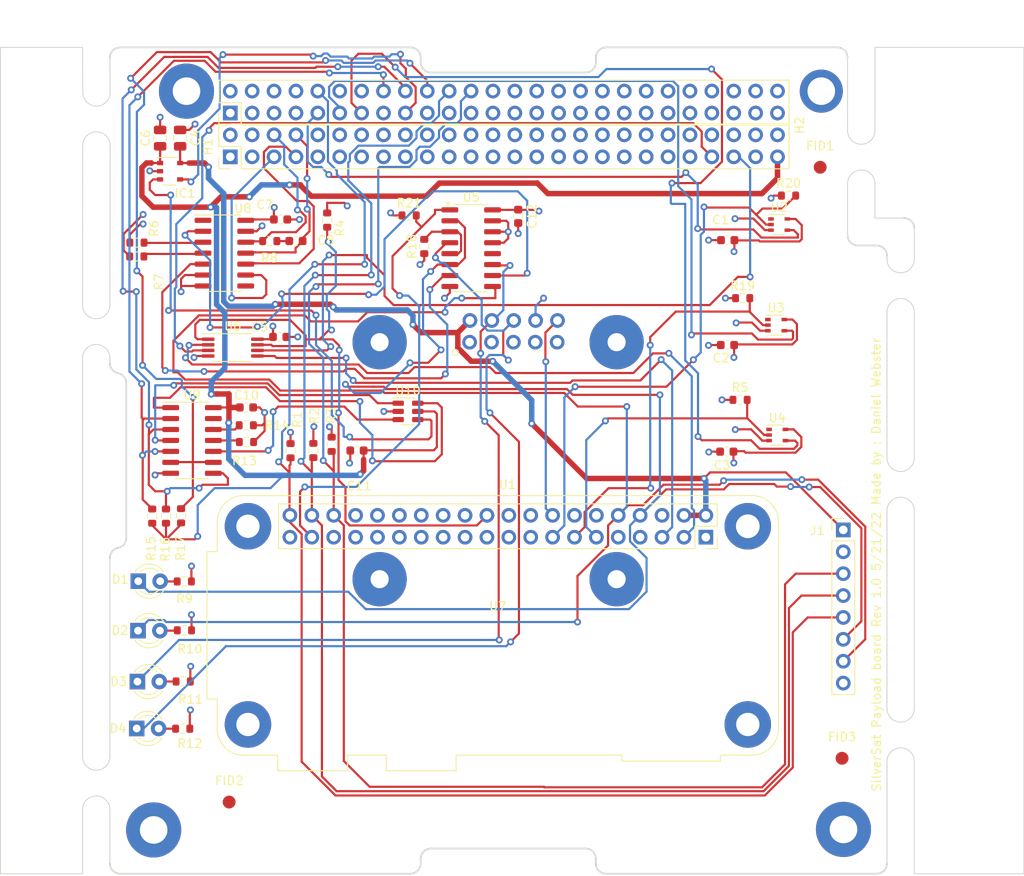
<source format=kicad_pcb>
(kicad_pcb (version 20240108) (generator "pcbnew") (generator_version "8.0")
  (layers (0 "F.Cu" signal) (1 "In1.Cu" signal) (2 "In2.Cu" signal "GND") (31 "B.Cu" signal) (34 "B.Paste" user) (35 "F.Paste" user) (36 "B.SilkS" user "B.Silkscreen") (37 "F.SilkS" user "F.Silkscreen") (38 "B.Mask" user) (39 "F.Mask" user) (44 "Edge.Cuts" user))
  (net 0 "")
  (net 1 "GND")
  (net 2 "+3V3")
  (net 3 "H1_8")
  (net 4 "Net-(C8-Pad1)")
  (net 5 "Tx")
  (net 6 "Rx")
  (net 7 "Net-(D1-A)")
  (net 8 "H1_5")
  (net 9 "BCM_23")
  (net 10 "Net-(D2-A)")
  (net 11 "Net-(D3-A)")
  (net 12 "H1_45")
  (net 13 "Net-(U10-Pad6)")
  (net 14 "Net-(U10-Pad1)")
  (net 15 "Net-(D4-A)")
  (net 19 "H1_47")
  (net 20 "5v_IC_power")
  (net 21 "H2_9")
  (net 22 "H2_10")
  (net 23 "H2_11")
  (net 25 "H2_13")
  (net 27 "H2_16")
  (net 28 "H2_17")
  (net 29 "H2_18")
  (net 34 "H2_20")
  (net 36 "BCM_25")
  (net 50 "H1_6")
  (net 51 "+5V")
  (net 52 "BCM_2_(SDA)")
  (net 56 "BCM_3_(SCL)")
  (net 97 "H2_22")
  (net 101 "H2_24")
  (net 109 "Net-(IC1-EN)")
  (net 110 "BCM_15_(RxD)")
  (net 111 "BCM_14_(TxD)")
  (net 112 "Net-(U8-RE)")
  (net 113 "Net-(U8-DE)")
  (net 116 "Net-(R13-Pad2)")
  (net 117 "Net-(R14-Pad2)")
  (net 118 "BCM_17")
  (net 120 "BCM_27")
  (net 121 "BCM_22")
  (net 122 "BCM_10_(MOSI)")
  (net 124 "BCM_9_(MISO)")
  (net 126 "BCM_26")
  (net 133 "BCM_11_(SCLK)")
  (net 138 "BCM_29_(RxD)")
  (net 141 "BCM_28_(TxD)")
  (net 142 "BCM_8_(CE0)")
  (net 143 "Net-(U10-Pad3)")
  (net 145 "Net-(U5-1I1)")
  (net 146 "H1_7")
  (footprint "Package_TO_SOT_SMD:SOT-353_SC-70-5" (layer "F.Cu") (at 129.14 75.94)
    (property "Reference" "U2")
    (property "Value" "74LVC1G07MDCKREPG4")
  )
  (footprint "Package_TO_SOT_SMD:SOT-353_SC-70-5" (layer "F.Cu") (at 128.78 87.61)
    (property "Reference" "U3")
    (property "Value" "74LVC1G07MDCKREPG4")
  )
  (footprint "Package_SO:TSSOP-8_4.4x3mm_P0.65mm" (layer "F.Cu") (at 65.74 90.22)
    (property "Reference" "U6")
    (property "Value" "SN74CB3Q3306A")
  )
  (footprint "Package_SO:SOIC-14_3.9x8.7mm_P1.27mm" (layer "F.Cu") (at 64.76 79.26)
    (property "Reference" "U8")
    (property "Value" "SN65HVD70D")
  )
  (footprint "Module:Raspberry_Pi_Zero_Socketed_THT_FaceDown_MountingHoles" (layer "F.Cu") (at 120.63 112.22 -90)
    (property "Reference" "U1")
    (property "Value" "RaspberryPiZero(v1.1)")
  )
  (footprint "Silversat special parts:UCAM-III" (layer "F.Cu") (at 96.53 103.34 180)
    (property "Reference" "U7")
    (property "Value" "uCamIII")
  )
  (footprint "Resistor_SMD:R_0603_1608Metric" (layer "F.Cu") (at 54.62 78.04)
    (property "Reference" "R6")
    (property "Value" "10k")
  )
  (footprint "Capacitor_SMD:C_0603_1608Metric" (layer "F.Cu") (at 123.17 77.75 180)
    (property "Reference" "C1")
    (property "Value" "0.1u")
  )
  (footprint "Capacitor_SMD:C_0603_1608Metric" (layer "F.Cu") (at 123.14 89.92 180)
    (property "Reference" "C2")
    (property "Value" "0.1u")
  )
  (footprint "Capacitor_SMD:C_0603_1608Metric" (layer "F.Cu") (at 123.06 102.29 180)
    (property "Reference" "C3")
    (property "Value" "0.1u")
  )
  (footprint "Capacitor_SMD:C_0603_1608Metric" (layer "F.Cu") (at 71.18 88.98)
    (property "Reference" "C5")
    (property "Value" "0.1u")
  )
  (footprint "Capacitor_SMD:C_0603_1608Metric" (layer "F.Cu") (at 71.285 75.35 180)
    (property "Reference" "C7")
    (property "Value" "0.1u")
  )
  (footprint "Capacitor_SMD:C_0603_1608Metric" (layer "F.Cu") (at 73.07 77.85)
    (property "Reference" "C8")
    (property "Value" "0.1u")
  )
  (footprint "Resistor_SMD:R_0603_1608Metric" (layer "F.Cu") (at 72.44 102.18 -90)
    (property "Reference" "R1")
    (property "Value" "10k")
  )
  (footprint "Resistor_SMD:R_0603_1608Metric" (layer "F.Cu") (at 75.09 102.16 90)
    (property "Reference" "R2")
    (property "Value" "10k")
  )
  (footprint "Resistor_SMD:R_0603_1608Metric" (layer "F.Cu") (at 77.21 101.44 90)
    (property "Reference" "R3")
    (property "Value" "10k")
  )
  (footprint "Resistor_SMD:R_0603_1608Metric" (layer "F.Cu") (at 76.693334 75.42248 -90)
    (property "Reference" "R4")
    (property "Value" "10k")
  )
  (footprint "Resistor_SMD:R_0603_1608Metric" (layer "F.Cu") (at 54.6 79.64)
    (property "Reference" "R7")
    (property "Value" "10k")
  )
  (footprint "Resistor_SMD:R_0603_1608Metric" (layer "F.Cu") (at 70.03 77.86)
    (property "Reference" "R8")
    (property "Value" "453")
  )
  (footprint "Connector_PinHeader_2.54mm:PinHeader_1x08_P2.54mm_Vertical" (layer "F.Cu") (at 136.58 111.37)
    (property "Reference" "J1")
    (property "Value" "Conn_01x08_Male")
  )
  (footprint "SilverSat_footprints:TheBus2x26" (layer "F.Cu") (at 65.448128 65.541662 90)
    (property "Reference" "H1")
    (property "Value" "Conn_02x26_Odd_Even")
  )
  (footprint "SilverSat_footprints:TheBus2x26" (layer "F.Cu") (at 65.448128 60.461662 90)
    (property "Reference" "H2")
    (property "Value" "Conn_02x26_Odd_Even")
  )
  (footprint "MountingHole:MountingHole_3.2mm_M3_Pad" (layer "F.Cu") (at 134.028128 60.461662)
    (property "Reference" "REF**" (hide yes))
    (property "Value" "MountingHole_3.2mm_M3_Pad")
  )
  (footprint "MountingHole:MountingHole_3.2mm_M3_Pad" (layer "F.Cu") (at 60.368128 60.461662)
    (property "Reference" "M3" (hide yes))
    (property "Value" "MountingHole_3.2mm_M3_Pad")
  )
  (footprint "LED_THT:LED_D3.0mm" (layer "F.Cu") (at 54.673334 128.97248)
    (property "Reference" "D3")
    (property "Value" "LED")
  )
  (footprint "Package_SO:SOIC-16_3.9x9.9mm_P1.27mm" (layer "F.Cu") (at 93.403128 78.681662)
    (property "Reference" "U5")
    (property "Value" "74HC157")
  )
  (footprint "Capacitor_SMD:C_0805_2012Metric" (layer "F.Cu") (at 59.633128 65.911662 90)
    (property "Reference" "C4")
    (property "Value" "1u")
  )
  (footprint "MountingHole:MountingHole_3.2mm_M3_Pad" (layer "F.Cu") (at 56.558128 146.186662)
    (property "Reference" "M1" (hide yes))
    (property "Value" "MountingHole_3.2mm_M3_Pad")
  )
  (footprint "Resistor_SMD:R_0603_1608Metric" (layer "F.Cu") (at 67.328334 101.17248 180)
    (property "Reference" "R13")
    (property "Value" "10k")
  )
  (footprint "Resistor_SMD:R_0603_1608Metric" (layer "F.Cu") (at 124.903128 84.481662)
    (property "Reference" "R19")
    (property "Value" "10k")
  )
  (footprint "Resistor_SMD:R_0603_1608Metric" (layer "F.Cu") (at 59.738334 109.73248 90)
    (property "Reference" "R17")
    (property "Value" "10k")
  )
  (footprint "Package_TO_SOT_SMD:SOT-353_SC-70-5" (layer "F.Cu") (at 128.918334 100.36248)
    (property "Reference" "U4")
    (property "Value" "74LVC1G07MDCKREPG4")
  )
  (footprint "Package_SO:TSOP-5_1.65x3.05mm_P0.95mm" (layer "F.Cu") (at 58.468334 69.75248)
    (property "Reference" "IC1")
    (property "Value" "BD2268G-MGTR-SamacSys_Parts2")
  )
  (footprint "Resistor_SMD:R_0603_1608Metric" (layer "F.Cu") (at 57.988334 109.77248 -90)
    (property "Reference" "R16")
    (property "Value" "10k")
  )
  (footprint "Capacitor_SMD:C_0603_1608Metric" (layer "F.Cu") (at 80.148334 102.16248 180)
    (property "Reference" "C11")
    (property "Value" "0.1u")
  )
  (footprint "Capacitor_SMD:C_0603_1608Metric" (layer "F.Cu") (at 98.858128 74.986662 90)
    (property "Reference" "C12")
    (property "Value" "0.1u")
  )
  (footprint "Resistor_SMD:R_0603_1608Metric" (layer "F.Cu") (at 60.113334 117.35248 180)
    (property "Reference" "R9")
    (property "Value" "10k")
  )
  (footprint "Fiducial:Fiducial_1.5mm_Mask2.5mm" (layer "F.Cu") (at 65.318334 142.95248)
    (property "Reference" "FID2")
    (property "Value" "Fiducial_1.5mm_Mask2.5mm")
  )
  (footprint "Fiducial:Fiducial_1.5mm_Mask2.5mm" (layer "F.Cu") (at 133.898334 69.29248)
    (property "Reference" "FID1")
    (property "Value" "Fiducial_1.5mm_Mask2.5mm")
  )
  (footprint "LED_THT:LED_D3.0mm" (layer "F.Cu") (at 54.773334 117.32248)
    (property "Reference" "D1")
    (property "Value" "LED")
  )
  (footprint "Package_TO_SOT_SMD:SOT-23-6" (layer "F.Cu") (at 86.068334 97.62248)
    (property "Reference" "U10")
    (property "Value" "74LVC1G332")
  )
  (footprint "Resistor_SMD:R_0603_1608Metric" (layer "F.Cu") (at 59.988334 128.96248 180)
    (property "Reference" "R11")
    (property "Value" "10k")
  )
  (footprint "Resistor_SMD:R_0603_1608Metric" (layer "F.Cu") (at 124.603128 96.281662)
    (property "Reference" "R5")
    (property "Value" "10k")
  )
  (footprint "Fiducial:Fiducial_1.5mm_Mask2.5mm" (layer "F.Cu") (at 136.438334 137.87248)
    (property "Reference" "FID3")
    (property "Value" "Fiducial_1.5mm_Mask2.5mm")
  )
  (footprint "Resistor_SMD:R_0603_1608Metric" (layer "F.Cu") (at 59.928334 134.44248 180)
    (property "Reference" "R12")
    (property "Value" "10k")
  )
  (footprint "Resistor_SMD:R_0603_1608Metric" (layer "F.Cu") (at 56.388334 109.77248 -90)
    (property "Reference" "R15")
    (property "Value" "10k")
  )
  (footprint "Capacitor_SMD:C_0805_2012Metric" (layer "F.Cu") (at 57.308128 65.911662 90)
    (property "Reference" "C6")
    (property "Value" "1u")
  )
  (footprint "MountingHole:MountingHole_3.2mm_M3_Pad" (layer "F.Cu") (at 136.603128 146.126662)
    (property "Reference" "M2" (hide yes))
    (property "Value" "MountingHole_3.2mm_M3_Pad" (hide yes))
  )
  (footprint "Resistor_SMD:R_0603_1608Metric" (layer "F.Cu") (at 60.128334 123.02248 180)
    (property "Reference" "R10")
    (property "Value" "10k")
  )
  (footprint "Resistor_SMD:R_0603_1608Metric" (layer "F.Cu") (at 67.308334 99.23248 180)
    (property "Reference" "R14")
    (property "Value" "10k")
  )
  (footprint "Package_SO:SOIC-14_3.9x8.7mm_P1.27mm" (layer "F.Cu") (at 61.008334 100.99248)
    (property "Reference" "U9")
    (property "Value" "74HC02")
  )
  (footprint "Resistor_SMD:R_0603_1608Metric" (layer "F.Cu") (at 130.228128 72.581662)
    (property "Reference" "R20")
    (property "Value" "10k")
  )
  (footprint "Resistor_SMD:R_0603_1608Metric" (layer "F.Cu") (at 87.958128 78.486662 90)
    (property "Reference" "R18")
    (property "Value" "4.7k")
  )
  (footprint "LED_THT:LED_D3.0mm" (layer "F.Cu") (at 54.743334 123.06248)
    (property "Reference" "D2")
    (property "Value" "LED")
  )
  (footprint "Capacitor_SMD:C_0603_1608Metric" (layer "F.Cu") (at 67.328334 97.16248)
    (property "Reference" "C10")
    (property "Value" "0.1u")
  )
  (footprint "LED_THT:LED_D3.0mm" (layer "F.Cu") (at 54.593334 134.41248)
    (property "Reference" "D4")
    (property "Value" "LED")
  )
  (footprint "Resistor_SMD:R_0603_1608Metric" (layer "F.Cu") (at 86.203128 74.881662)
    (property "Reference" "R21")
    (property "Value" "10k")
  )
  (gr_arc (start 141.648128 138.249162) (mid 143.235628 136.661662) (end 144.823128 138.249162) (stroke (width 0.1)) (layer "Edge.Cuts"))
  (gr_line (start 107.863128 149.539462) (end 107.863128 150.072862) (stroke (width 0.2)) (layer "Edge.Cuts"))
  (gr_arc (start 52.671928 151.266662) (mid 51.827784 150.917006) (end 51.478128 150.072862) (stroke (width 0.2)) (layer "Edge.Cuts"))
  (gr_line (start 107.863128 56.575462) (end 107.863128 57.108862) (stroke (width 0.2)) (layer "Edge.Cuts"))
  (gr_line (start 53.383128 94.357962) (end 53.383128 112.290362) (stroke (width 0.2)) (layer "Edge.Cuts"))
  (gr_line (start 48.303128 151.266662) (end 48.303128 143.828662) (stroke (width 0.1)) (layer "Edge.Cuts"))
  (gr_arc (start 86.349328 55.381662) (mid 87.193472 55.731318) (end 87.543128 56.575462) (stroke (width 0.2)) (layer "Edge.Cuts"))
  (gr_line (start 88.736928 148.345662) (end 106.669328 148.345662) (stroke (width 0.2)) (layer "Edge.Cuts"))
  (gr_line (start 141.648128 109.166162) (end 141.648128 132.089662) (stroke (width 0.1)) (layer "Edge.Cuts"))
  (gr_arc (start 137.076128 71.193162) (mid 138.663628 69.605662) (end 140.251128 71.193162) (stroke (width 0.1)) (layer "Edge.Cuts"))
  (gr_line (start 141.648128 86.115662) (end 141.648128 103.006662) (stroke (width 0.1)) (layer "Edge.Cuts"))
  (gr_line (start 87.543128 57.108862) (end 87.543128 56.575462) (stroke (width 0.2)) (layer "Edge.Cuts"))
  (gr_arc (start 87.543128 149.539462) (mid 87.892784 148.695318) (end 88.736928 148.345662) (stroke (width 0.2)) (layer "Edge.Cuts"))
  (gr_line (start 157.522975 151.266662) (end 144.822975 151.266662) (stroke (width 0.1)) (layer "Edge.Cuts"))
  (gr_arc (start 51.478128 137.669162) (mid 49.890628 139.256662) (end 48.303128 137.669162) (stroke (width 0.1)) (layer "Edge.Cuts"))
  (gr_line (start 48.303128 137.669162) (end 48.303128 91.441162) (stroke (width 0.1)) (layer "Edge.Cuts"))
  (gr_line (start 51.478128 85.281662) (end 51.507318 66.765662) (stroke (width 0.1)) (layer "Edge.Cuts"))
  (gr_line (start 143.631532 75.193662) (end 140.251128 75.193662) (stroke (width 0.1)) (layer "Edge.Cuts"))
  (gr_line (start 144.823128 132.089662) (end 144.823128 109.166162) (stroke (width 0.1)) (layer "Edge.Cuts"))
  (gr_line (start 106.669328 58.302662) (end 88.736928 58.302662) (stroke (width 0.2)) (layer "Edge.Cuts"))
  (gr_line (start 52.671928 55.381662) (end 86.349328 55.381662) (stroke (width 0.2)) (layer "Edge.Cuts"))
  (gr_line (start 87.543128 150.072862) (end 87.543128 149.539462) (stroke (width 0.2)) (layer "Edge.Cuts"))
  (gr_line (start 140.251128 65.033662) (end 140.258595 55.381662) (stroke (width 0.1)) (layer "Edge.Cuts"))
  (gr_arc (start 48.332318 66.765662) (mid 49.919818 65.178162) (end 51.507318 66.765662) (stroke (width 0.1)) (layer "Edge.Cuts"))
  (gr_arc (start 52.430628 93.188803) (mid 51.746395 92.773665) (end 51.478128 92.019644) (stroke (width 0.2)) (layer "Edge.Cuts"))
  (gr_arc (start 138.269928 78.368662) (mid 137.425784 78.019006) (end 137.076128 77.174862) (stroke (width 0.2)) (layer "Edge.Cuts"))
  (gr_arc (start 144.823128 132.089662) (mid 143.235628 133.677162) (end 141.648128 132.089662) (stroke (width 0.1)) (layer "Edge.Cuts"))
  (gr_line (start 141.647975 79.557901) (end 141.648128 79.956162) (stroke (width 0.1)) (layer "Edge.Cuts"))
  (gr_arc (start 51.507318 60.606162) (mid 49.919818 62.193662) (end 48.332318 60.606162) (stroke (width 0.1)) (layer "Edge.Cuts"))
  (gr_line (start 51.478128 137.669162) (end 51.478128 114.62868) (stroke (width 0.1)) (layer "Edge.Cuts"))
  (gr_arc (start 87.543128 150.072862) (mid 87.193472 150.917006) (end 86.349328 151.266662) (stroke (width 0.2)) (layer "Edge.Cuts"))
  (gr_arc (start 51.478128 56.575462) (mid 51.827784 55.731318) (end 52.671928 55.381662) (stroke (width 0.2)) (layer "Edge.Cuts"))
  (gr_line (start 144.823128 79.956162) (end 144.825179 76.382901) (stroke (width 0.1)) (layer "Edge.Cuts"))
  (gr_arc (start 107.863128 56.575462) (mid 108.212784 55.731318) (end 109.056928 55.381662) (stroke (width 0.2)) (layer "Edge.Cuts"))
  (gr_line (start 141.648128 138.249162) (end 141.647975 150.068301) (stroke (width 0.1)) (layer "Edge.Cuts"))
  (gr_line (start 51.478128 92.019644) (end 51.478128 91.441162) (stroke (width 0.1)) (layer "Edge.Cuts"))
  (gr_arc (start 53.383128 112.290362) (mid 53.114861 113.044383) (end 52.430628 113.459521) (stroke (width 0.2)) (layer "Edge.Cuts"))
  (gr_line (start 144.823128 103.006662) (end 144.823128 86.115662) (stroke (width 0.1)) (layer "Edge.Cuts"))
  (gr_line (start 38.778128 55.381662) (end 38.778128 151.266662) (stroke (width 0.1)) (layer "Edge.Cuts"))
  (gr_arc (start 107.863128 57.108862) (mid 107.513472 57.953006) (end 106.669328 58.302662) (stroke (width 0.2)) (layer "Edge.Cuts"))
  (gr_arc (start 144.823128 79.956162) (mid 143.235628 81.543662) (end 141.648128 79.956162) (stroke (width 0.1)) (layer "Edge.Cuts"))
  (gr_arc (start 144.823128 103.006662) (mid 143.235628 104.594162) (end 141.648128 103.006662) (stroke (width 0.1)) (layer "Edge.Cuts"))
  (gr_arc (start 48.303128 91.441162) (mid 49.890628 89.853662) (end 51.478128 91.441162) (stroke (width 0.1)) (layer "Edge.Cuts"))
  (gr_arc (start 140.251128 65.033662) (mid 138.663628 66.621162) (end 137.076128 65.033662) (stroke (width 0.1)) (layer "Edge.Cuts"))
  (gr_line (start 140.251128 75.193662) (end 140.251128 71.193162) (stroke (width 0.1)) (layer "Edge.Cuts"))
  (gr_arc (start 141.648128 86.115662) (mid 143.235628 84.528162) (end 144.823128 86.115662) (stroke (width 0.1)) (layer "Edge.Cuts"))
  (gr_line (start 137.076128 77.174862) (end 137.076128 71.193162) (stroke (width 0.1)) (layer "Edge.Cuts"))
  (gr_arc (start 135.882328 55.381662) (mid 136.726472 55.731318) (end 137.076128 56.575462) (stroke (width 0.2)) (layer "Edge.Cuts"))
  (gr_arc (start 140.454328 78.368662) (mid 141.298084 78.715433) (end 141.647975 79.557901) (stroke (width 0.2)) (layer "Edge.Cuts"))
  (gr_line (start 109.056928 55.381662) (end 135.882328 55.381662) (stroke (width 0.2)) (layer "Edge.Cuts"))
  (gr_line (start 144.822975 151.266662) (end 144.823128 138.249162) (stroke (width 0.1)) (layer "Edge.Cuts"))
  (gr_line (start 144.822975 55.381662) (end 157.522975 55.381662) (stroke (width 0.1)) (layer "Edge.Cuts"))
  (gr_line (start 51.507318 60.606162) (end 51.478128 56.575462) (stroke (width 0.1)) (layer "Edge.Cuts"))
  (gr_arc (start 106.669328 148.345662) (mid 107.513472 148.695318) (end 107.863128 149.539462) (stroke (width 0.2)) (layer "Edge.Cuts"))
  (gr_line (start 51.478128 143.828662) (end 51.478128 150.072862) (stroke (width 0.1)) (layer "Edge.Cuts"))
  (gr_arc (start 143.631532 75.193662) (mid 144.474655 75.541069) (end 144.825179 76.382901) (stroke (width 0.2)) (layer "Edge.Cuts"))
  (gr_line (start 48.303128 55.381662) (end 38.778128 55.381662) (stroke (width 0.1)) (layer "Edge.Cuts"))
  (gr_line (start 157.522975 55.381662) (end 157.522975 151.266662) (stroke (width 0.1)) (layer "Edge.Cuts"))
  (gr_line (start 140.454328 78.368662) (end 138.269928 78.368662) (stroke (width 0.2)) (layer "Edge.Cuts"))
  (gr_arc (start 51.478128 85.281662) (mid 49.890628 86.869162) (end 48.303128 85.281662) (stroke (width 0.1)) (layer "Edge.Cuts"))
  (gr_arc (start 141.648128 109.166162) (mid 143.235628 107.578662) (end 144.823128 109.166162) (stroke (width 0.1)) (layer "Edge.Cuts"))
  (gr_line (start 86.349328 151.266662) (end 52.671928 151.266662) (stroke (width 0.2)) (layer "Edge.Cuts"))
  (gr_arc (start 52.430628 93.188803) (mid 53.114861 93.603941) (end 53.383128 94.357962) (stroke (width 0.2)) (layer "Edge.Cuts"))
  (gr_line (start 48.332318 60.606162) (end 48.303128 55.381662) (stroke (width 0.1)) (layer "Edge.Cuts"))
  (gr_line (start 48.303128 85.281662) (end 48.332318 66.765662) (stroke (width 0.1)) (layer "Edge.Cuts"))
  (gr_arc (start 51.478128 114.62868) (mid 51.746395 113.874659) (end 52.430628 113.459521) (stroke (width 0.2)) (layer "Edge.Cuts"))
  (gr_arc (start 88.736928 58.302662) (mid 87.892784 57.953006) (end 87.543128 57.108862) (stroke (width 0.2)) (layer "Edge.Cuts"))
  (gr_arc (start 109.056928 151.266662) (mid 108.212784 150.917006) (end 107.863128 150.072862) (stroke (width 0.2)) (layer "Edge.Cuts"))
  (gr_line (start 140.454328 151.266662) (end 109.056928 151.266662) (stroke (width 0.2)) (layer "Edge.Cuts"))
  (gr_line (start 140.258595 55.381662) (end 144.822975 55.381662) (stroke (width 0.1)) (layer "Edge.Cuts"))
  (gr_line (start 38.778128 151.266662) (end 48.303128 151.266662) (stroke (width 0.1)) (layer "Edge.Cuts"))
  (gr_arc (start 141.647975 150.068301) (mid 141.298677 150.914033) (end 140.454328 151.266662) (stroke (width 0.2)) (layer "Edge.Cuts"))
  (gr_arc (start 48.303128 143.828662) (mid 49.890628 142.241162) (end 51.478128 143.828662) (stroke (width 0.1)) (layer "Edge.Cuts"))
  (gr_line (start 137.076128 65.033662) (end 137.076128 56.575462) (stroke (width 0.1)) (layer "Edge.Cuts"))
  (gr_text "SilverSat Payload board Rev 1.0 5/21/22\n\n" (at 141.243334 125.52248 90) (layer "F.SilkS") (effects (font (size 1 1))))
  (gr_text " Made by : Daniel Webster" (at 140.393334 99.17248 90) (layer "F.SilkS") (effects (font (size 1 1))))
  (segment (start 95.878128 75.506662) (end 97.478128 75.506662) (width 0.25) (layer "F.Cu") (net 1))
  (segment (start 57.308334 69.75248) (end 56.148334 69.75248) (width 0.25) (layer "F.Cu") (net 1))
  (segment (start 122.285 102.29) (end 121.03 102.29) (width 0.25) (layer "F.Cu") (net 1))
  (segment (start 79.373334 102.16248) (end 79.373334 103.53748) (width 0.25) (layer "F.Cu") (net 1))
  (segment (start 127.83 88.26) (end 126.925 88.26) (width 0.25) (layer "F.Cu") (net 1))
  (segment (start 69.148334 99.23248) (end 69.428334 98.95248) (width 0.25) (layer "F.Cu") (net 1))
  (segment (start 90.928128 83.856662) (end 90.303128 84.481662) (width 0.25) (layer "F.Cu") (net 1))
  (segment (start 56.918323 104.80248) (end 56.718323 105.00248) (width 0.25) (layer "F.Cu") (net 1))
  (segment (start 125.975 87.31) (end 124.19 87.31) (width 0.25) (layer "F.Cu") (net 1))
  (segment (start 68.838334 97.16248) (end 69.428334 97.75248) (width 0.25) (layer "F.Cu") (net 1))
  (segment (start 97.703128 76.776662) (end 97.703128 77.541662) (width 0.25) (layer "F.Cu") (net 1))
  (segment (start 125.875 99.7) (end 127.185 101.01) (width 0.25) (layer "F.Cu") (net 1))
  (segment (start 62.8775 91.195) (end 61.411576 91.195) (width 0.25) (layer "F.Cu") (net 1))
  (segment (start 59.77 83.07) (end 59.74 83.04) (width 0.25) (layer "F.Cu") (net 1))
  (segment (start 58.533334 104.80248) (end 56.918323 104.80248) (width 0.25) (layer "F.Cu") (net 1))
  (segment (start 61.411576 91.195) (end 61.247154 91.359422) (width 0.25) (layer "F.Cu") (net 1))
  (segment (start 127.18748 101.01248) (end 127.185 101.01) (width 0.25) (layer "F.Cu") (net 1))
  (segment (start 97.703128 75.731662) (end 97.703128 76.776662) (width 0.25) (layer "F.Cu") (net 1))
  (segment (start 59.633128 64.961662) (end 60.683128 64.961662) (width 0.25) (layer "F.Cu") (net 1))
  (segment (start 124.08 99.7) (end 124.05 99.73) (width 0.25) (layer "F.Cu") (net 1))
  (segment (start 97.478128 75.506662) (end 97.703128 75.731662) (width 0.25) (layer "F.Cu") (net 1))
  (segment (start 122.365 89.92) (end 120.98 89.92) (width 0.25) (layer "F.Cu") (net 1))
  (segment (start 55.018334 75.87248) (end 55.332834 75.87248) (width 0.25) (layer "F.Cu") (net 1))
  (segment (start 53.795 77.095814) (end 55.018334 75.87248) (width 0.25) (layer "F.Cu") (net 1))
  (segment (start 127.185 101.01) (end 127.97 101.01) (width 0.25) (layer "F.Cu") (net 1))
  (segment (start 120.98 89.92) (end 120.94 89.96) (width 0.25) (layer "F.Cu") (net 1))
  (segment (start 69.428334 99.89748) (end 69.428334 98.95248) (width 0.25) (layer "F.Cu") (net 1))
  (segment (start 68.153334 101.17248) (end 69.428334 99.89748) (width 0.25) (layer "F.Cu") (net 1))
  (segment (start 121.03 102.29) (end 120.98 102.34) (width 0.25) (layer "F.Cu") (net 1))
  (segment (start 73.27 88.98) (end 73.28 88.97) (width 0.25) (layer "F.Cu") (net 1))
  (segment (start 72.06 75.35) (end 73.47 75.35) (width 0.25) (layer "F.Cu") (net 1))
  (segment (start 62.285 83.07) (end 59.77 83.07) (width 0.25) (layer "F.Cu") (net 1))
  (segment (start 127.968334 101.01248) (end 127.18748 101.01248) (width 0.25) (layer "F.Cu") (net 1))
  (segment (start 90.928128 83.126662) (end 90.928128 83.856662) (width 0.25) (layer "F.Cu") (net 1))
  (segment (start 62.285 81.8) (end 60.19 81.8) (width 0.25) (layer "F.Cu") (net 1))
  (segment (start 69.428334 98.95248) (end 69.428334 97.75248) (width 0.25) (layer "F.Cu") (net 1))
  (segment (start 79.373334 103.53748) (end 79.288334 103.62248) (width 0.25) (layer "F.Cu") (net 1))
  (segment (start 126.135 75.24) (end 124.04 75.24) (width 0.25) (layer "F.Cu") (net 1))
  (segment (start 84.930834 97.62248) (end 83.268334 97.62248) (width 0.25) (layer "F.Cu") (net 1))
  (segment (start 68.103334 97.16248) (end 68.838334 97.16248) (width 0.25) (layer "F.Cu") (net 1))
  (segment (start 59.74 83.04) (end 59.74 83.73) (width 0.25) (layer "F.Cu") (net 1))
  (segment (start 68.133334 99.23248) (end 69.148334 99.23248) (width 0.25) (layer "F.Cu") (net 1))
  (segment (start 56.148334 69.75248) (end 56.108334 69.71248) (width 0.25) (layer "F.Cu") (net 1))
  (segment (start 97.703128 76.776662) (end 95.878128 76.776662) (width 0.25) (layer "F.Cu") (net 1))
  (segment (start 125.875 99.7) (end 124.08 99.7) (width 0.25) (layer "F.Cu") (net 1))
  (segment (start 60.683128 64.961662) (end 61.358128 64.286662) (width 0.25) (layer "F.Cu") (net 1))
  (segment (start 126.925 88.26) (end 125.975 87.31) (width 0.25) (layer "F.Cu") (net 1))
  (segment (start 60.19 81.8) (end 59.74 82.25) (width 0.25) (layer "F.Cu") (net 1))
  (segment (start 97.198128 78.046662) (end 95.878128 78.046662) (width 0.25) (layer "F.Cu") (net 1))
  (segment (start 124.19 87.31) (end 124.15 87.35) (width 0.25) (layer "F.Cu") (net 1))
  (segment (start 122.395 77.75) (end 120.95 77.75) (width 0.25) (layer "F.Cu") (net 1))
  (segment (start 57.308128 64.961662) (end 57.308128 63.486662) (width 0.25) (layer "F.Cu") (net 1))
  (segment (start 59.74 82.25) (end 59.74 83.04) (width 0.25) (layer "F.Cu") (net 1))
  (segment (start 126.135 75.24) (end 127.485 76.59) (width 0.25) (layer "F.Cu") (net 1))
  (segment (start 124.04 75.24) (end 124.02 75.26) (width 0.25) (layer "F.Cu") (net 1))
  (segment (start 98.858128 76.986662) (end 98.858128 75.761662) (width 0.25) (layer "F.Cu") (net 1))
  (segment (start 53.795 78.04) (end 53.795 77.095814) (width 0.25) (layer "F.Cu") (net 1))
  (segment (start 71.955 88.98) (end 73.27 88.98) (width 0.25) (layer "F.Cu") (net 1))
  (segment (start 97.703128 77.541662) (end 97.198128 78.046662) (width 0.25) (layer "F.Cu") (net 1))
  (segment (start 127.485 76.59) (end 128.19 76.59) (width 0.25) (layer "F.Cu") (net 1))
  (via (at 124.05 99.73) (size 0.8) (drill 0.4) (layers "F.Cu" "B.Cu") (net 1))
  (via (at 56.718323 105.00248) (size 0.8) (drill 0.4) (layers "F.Cu" "B.Cu") (net 1))
  (via (at 79.288334 103.62248) (size 0.8) (drill 0.4) (layers "F.Cu" "B.Cu") (net 1))
  (via (at 59.74 83.73) (size 0.8) (drill 0.4) (layers "F.Cu" "B.Cu") (net 1))
  (via (at 98.858128 76.986662) (size 0.8) (drill 0.4) (layers "F.Cu" "B.Cu") (net 1))
  (via (at 61.247154 91.359422) (size 0.8) (drill 0.4) (layers "F.Cu" "B.Cu") (net 1))
  (via (at 90.303128 84.481662) (size 0.8) (drill 0.4) (layers "F.Cu" "B.Cu") (net 1))
  (via (at 120.98 102.34) (size 0.8) (drill 0.4) (layers "F.Cu" "B.Cu") (net 1))
  (via (at 101.803128 84.481662) (size 0.8) (drill 0.4) (layers "F.Cu" "B.Cu") (net 1))
  (via (at 97.703128 76.776662) (size 0.8) (drill 0.4) (layers "F.Cu" "B.Cu") (net 1))
  (via (at 61.358128 64.286662) (size 0.8) (drill 0.4) (layers "F.Cu" "B.Cu") (net 1))
  (via (at 124.15 87.35) (size 0.8) (drill 0.4) (layers "F.Cu" "B.Cu") (net 1))
  (via (at 56.108334 69.71248) (size 0.8) (drill 0.4) (layers "F.Cu" "B.Cu") (net 1))
  (via (at 83.268334 97.62248) (size 0.8) (drill 0.4) (layers "F.Cu" "B.Cu") (net 1))
  (via (at 57.308128 63.486662) (size 0.8) (drill 0.4) (layers "F.Cu" "B.Cu") (net 1))
  (via (at 120.95 77.75) (size 0.8) (drill 0.4) (layers "F.Cu" "B.Cu") (net 1))
  (via (at 69.428334 97.75248) (size 0.8) (drill 0.4) (layers "F.Cu" "B.Cu") (net 1))
  (via (at 73.28 88.97) (size 0.8) (drill 0.4) (layers "F.Cu" "B.Cu") (net 1))
  (via (at 55.332834 75.87248) (size 0.8) (drill 0.4) (layers "F.Cu" "B.Cu") (net 1))
  (via (at 124.02 75.26) (size 0.8) (drill 0.4) (layers "F.Cu" "B.Cu") (net 1))
  (via (at 120.94 89.96) (size 0.8) (drill 0.4) (layers "F.Cu" "B.Cu") (net 1))
  (via (at 73.47 75.35) (size 0.8) (drill 0.4) (layers "F.Cu" "B.Cu") (net 1))
  (segment (start 100.878334 85.406456) (end 100.878334 87.07248) (width 0.25) (layer "B.Cu") (net 1))
  (segment (start 101.803128 84.481662) (end 100.878334 85.406456) (width 0.25) (layer "B.Cu") (net 1))
  (segment (start 131.71001 101.7364) (end 131.0364 102.41001) (width 0.25) (layer "F.Cu") (net 2))
  (segment (start 122.503128 96.281662) (end 122.403128 96.281662) (width 0.25) (layer "F.Cu") (net 2))
  (segment (start 123.975 77.78) (end 126.76859 77.78) (width 0.25) (layer "F.Cu") (net 2))
  (segment (start 77.21 100.615) (end 77.21 99.64798) (width 0.25) (layer "F.Cu") (net 2))
  (segment (start 68.41 75.35) (end 67.335 75.35) (width 0.25) (layer "F.Cu") (net 2))
  (segment (start 67.235 76.72) (end 68.51 76.72) (width 0.25) (layer "F.Cu") (net 2))
  (segment (start 125.250824 102.41001) (end 125.080814 102.24) (width 0.25) (layer "F.Cu") (net 2))
  (segment (start 123.835 102.29) (end 123.835 103.555) (width 0.25) (layer "F.Cu") (net 2))
  (segment (start 131.4964 77.90001) (end 131.76001 77.6364) (width 0.25) (layer "F.Cu") (net 2))
  (segment (start 129.87 99.71) (end 130.82 99.71) (width 0.25) (layer "F.Cu") (net 2))
  (segment (start 60.938334 115.58248) (end 60.948334 115.57248) (width 0.25) (layer "F.Cu") (net 2))
  (segment (start 84.353128 74.881662) (end 84.058128 74.586662) (width 0.25) (layer "F.Cu") (net 2))
  (segment (start 125.080814 102.24) (end 123.885 102.24) (width 0.25) (layer "F.Cu") (net 2))
  (segment (start 68.255 75.35) (end 68.245 75.36) (width 0.25) (layer "F.Cu") (net 2))
  (segment (start 67.335 75.35) (end 67.235 75.45) (width 0.25) (layer "F.Cu") (net 2))
  (segment (start 72.44 101.355) (end 72.44 100.05) (width 0.25) (layer "F.Cu") (net 2))
  (segment (start 123.835 103.555) (end 123.88 103.6) (width 0.25) (layer "F.Cu") (net 2))
  (segment (start 60.953334 123.02248) (end 60.953334 121.21748) (width 0.25) (layer "F.Cu") (net 2))
  (segment (start 76.693334 73.42248) (end 78.668334 73.42248) (width 0.25) (layer "F.Cu") (net 2))
  (segment (start 53.775 79.64) (end 53.07048 78.93548) (width 0.25) (layer "F.Cu") (net 2))
  (segment (start 131.76001 77.6364) (end 131.76001 76.01001) (width 0.25) (layer "F.Cu") (net 2))
  (segment (start 68.6025 89.245) (end 70.14 89.245) (width 0.25) (layer "F.Cu") (net 2))
  (segment (start 78.668334 73.42248) (end 79.018334 73.77248) (width 0.25) (layer "F.Cu") (net 2))
  (segment (start 131.20001 89.3164) (end 131.20001 87.48001) (width 0.25) (layer "F.Cu") (net 2))
  (segment (start 123.885 102.24) (end 123.835 102.29) (width 0.25) (layer "F.Cu") (net 2))
  (segment (start 123.778128 96.281662) (end 122.503128 96.281662) (width 0.25) (layer "F.Cu") (net 2))
  (segment (start 60.953334 121.21748) (end 60.948334 121.21248) (width 0.25) (layer "F.Cu") (net 2))
  (segment (start 68.41 75.35) (end 68.255 75.35) (width 0.25) (layer "F.Cu") (net 2))
  (segment (start 128.203128 72.881662) (end 128.503128 72.581662) (width 0.25) (layer "F.Cu") (net 2))
  (segment (start 70.51 73.99) (end 70.55 73.95) (width 0.25) (layer "F.Cu") (net 2))
  (segment (start 130.81752 99.71248) (end 130.82 99.71) (width 0.25) (layer "F.Cu") (net 2))
  (segment (start 131.20001 87.48001) (end 130.68 86.96) (width 0.25) (layer "F.Cu") (net 2))
  (segment (start 70.14 89.245) (end 70.405 88.98) (width 0.25) (layer "F.Cu") (net 2))
  (segment (start 60.938334 117.35248) (end 60.938334 115.58248) (width 0.25) (layer "F.Cu") (net 2))
  (segment (start 76.693334 74.59748) (end 76.693334 73.42248) (width 0.25) (layer "F.Cu") (net 2))
  (segment (start 77.21 99.64798) (end 76.9645 99.40248) (width 0.25) (layer "F.Cu") (net 2))
  (segment (start 53.07048 77.034834) (end 55.332834 74.77248) (width 0.25) (layer "F.Cu") (net 2))
  (segment (start 75.09 99.45) (end 75.15 99.39) (width 0.25) (layer "F.Cu") (net 2))
  (segment (start 130.68 86.96) (end 129.73 86.96) (width 0.25) (layer "F.Cu") (net 2))
  (segment (start 126.76859 77.78) (end 126.8886 77.90001) (width 0.25) (layer "F.Cu") (net 2))
  (segment (start 70.51 75.35) (end 70.51 73.99) (width 0.25) (layer "F.Cu") (net 2))
  (segment (start 60.813334 128.96248) (end 60.813334 127.24748) (width 0.25) (layer "F.Cu") (net 2))
  (segment (start 123.945 77.75) (end 123.945 79.035) (width 0.25) (layer "F.Cu") (net 2))
  (segment (start 60.813334 127.24748) (end 60.858334 127.20248) (width 0.25) (layer "F.Cu") (net 2))
  (segment (start 101.121732 74.236662) (end 95.878128 74.236662) (width 0.25) (layer "F.Cu") (net 2))
  (segment (start 60.753334 132.32748) (end 60.818334 132.26248) (width 0.25) (layer "F.Cu") (net 2))
  (segment (start 75.09 101.335) (end 75.09 99.45) (width 0.25) (layer "F.Cu") (net 2))
  (segment (start 123.945 79.035) (end 123.9 79.08) (width 0.25) (layer "F.Cu") (net 2))
  (segment (start 123.985 89.85) (end 130.66641 89.85) (width 0.25) (layer "F.Cu") (net 2))
  (segment (start 129.868334 99.71248) (end 130.81752 99.71248) (width 0.25) (layer "F.Cu") (net 2))
  (segment (start 70.405 87.745) (end 70.39 87.73) (width 0.25) (layer "F.Cu") (net 2))
  (segment (start 128.503128 72.581662) (end 129.403128 72.581662) (width 0.25) (layer "F.Cu") (net 2))
  (segment (start 87.458128 80.586662) (end 87.958128 80.086662) (width 0.25) (layer "F.Cu") (net 2))
  (segment (start 87.958128 80.086662) (end 87.958128 79.311662) (width 0.25) (layer "F.Cu") (net 2))
  (segment (start 131.04 75.29) (end 130.09 75.29) (width 0.25) (layer "F.Cu") (net 2))
  (segment (start 124.078128 84.481662) (end 122.903128 84.481662) (width 0.25) (layer "F.Cu") (net 2))
  (segment (start 131.71001 100.60001) (end 131.71001 101.7364) (width 0.25) (layer "F.Cu") (net 2))
  (segment (start 70.51 75.35) (end 68.41 75.35) (width 0.25) (layer "F.Cu") (net 2))
  (segment (start 123.945 77.75) (end 123.975 77.78) (width 0.25) (layer "F.Cu") (net 2))
  (segment (start 130.82 99.71) (end 131.71001 100.60001) (width 0.25) (layer "F.Cu") (net 2))
  (segment (start 53.07048 78.93548) (end 53.07048 77.034834) (width 0.25) (layer "F.Cu") (net 2))
  (segment (start 126.8886 77.90001) (end 131.4964 77.90001) (width 0.25) (layer "F.Cu") (net 2))
  (segment (start 123.915 89.92) (end 123.915 91.335) (width 0.25) (layer "F.Cu") (net 2))
  (segment (start 123.915 89.92) (end 123.985 89.85) (width 0.25) (layer "F.Cu") (net 2))
  (segment (start 101.26493 74.37986) (end 101.121732 74.236662) (width 0.25) (layer "F.Cu") (net 2))
  (segment (start 123.915 91.335) (end 123.89 91.36) (width 0.25) (layer "F.Cu") (net 2))
  (segment (start 85.390628 74.881662) (end 84.353128 74.881662) (width 0.25) (layer "F.Cu") (net 2))
  (segment (start 131.76001 76.01001) (end 131.04 75.29) (width 0.25) (layer "F.Cu") (net 2))
  (segment (start 68.51 76.72) (end 69.14 76.09) (width 0.25) (layer "F.Cu") (net 2))
  (segment (start 60.753334 134.44248) (end 60.753334 132.32748) (width 0.25) (layer "F.Cu") (net 2))
  (segment (start 70.405 88.98) (end 70.405 87.745) (width 0.25) (layer "F.Cu") (net 2))
  (segment (start 130.66641 89.85) (end 131.20001 89.3164) (width 0.25) (layer "F.Cu") (net 2))
  (segment (start 131.0364 102.41001) (end 125.250824 102.41001) (width 0.25) (layer "F.Cu") (net 2))
  (via (at 87.458128 80.586662) (size 0.8) (drill 0.4) (layers "F.Cu" "B.Cu") (net 2))
  (via (at 79.018334 73.77248) (size 0.8) (drill 0.4) (layers "F.Cu" "B.Cu") (net 2))
  (via (at 76.9645 99.40248) (size 0.8) (drill 0.4) (layers "F.Cu" "B.Cu") (net 2))
  (via (at 123.9 79.08) (size 0.8) (drill 0.4) (layers "F.Cu" "B.Cu") (net 2))
  (via (at 123.89 91.36) (size 0.8) (drill 0.4) (layers "F.Cu" "B.Cu") (net 2))
  (via (at 84.058128 74.586662) (size 0.8) (drill 0.4) (layers "F.Cu" "B.Cu") (net 2))
  (via (at 122.503128 96.281662) (size 0.8) (drill 0.4) (layers "F.Cu" "B.Cu") (net 2))
  (via (at 60.858334 127.20248) (size 0.8) (drill 0.4) (layers "F.Cu" "B.Cu") (net 2))
  (via (at 60.818334 132.26248) (size 0.8) (drill 0.4) (layers "F.Cu" "B.Cu") (net 2))
  (via (at 69.14 76.09) (size 0.8) (drill 0.4) (layers "F.Cu" "B.Cu") (net 2))
  (via (at 60.948334 121.21248) (size 0.8) (drill 0.4) (layers "F.Cu" "B.Cu") (net 2))
  (via (at 122.903128 84.481662) (size 0.8) (drill 0.4) (layers "F.Cu" "B.Cu") (net 2))
  (via (at 60.948334 115.57248) (size 0.8) (drill 0.4) (layers "F.Cu" "B.Cu") (net 2))
  (via (at 55.332834 74.77248) (size 0.8) (drill 0.4) (layers "F.Cu" "B.Cu") (net 2))
  (via (at 70.55 73.95) (size 0.8) (drill 0.4) (layers "F.Cu" "B.Cu") (net 2))
  (via (at 128.203128 72.881662) (size 0.8) (drill 0.4) (layers "F.Cu" "B.Cu") (net 2))
  (via (at 72.44 100.05) (size 0.8) (drill 0.4) (layers "F.Cu" "B.Cu") (net 2))
  (via (at 123.88 103.6) (size 0.8) (drill 0.4) (layers "F.Cu" "B.Cu") (net 2))
  (via (at 75.15 99.39) (size 0.8) (drill 0.4) (layers "F.Cu" "B.Cu") (net 2))
  (via (at 101.26493 74.37986) (size 0.8) (drill 0.4) (layers "F.Cu" "B.Cu") (net 2))
  (via (at 70.39 87.73) (size 0.8) (drill 0.4) (layers "F.Cu" "B.Cu") (net 2))
  (segment (start 67.325 79.17) (end 67.235 79.26) (width 0.25) (layer "F.Cu") (net 3))
  (segment (start 73.03 79.17) (end 73.03 78.665) (width 0.25) (layer "F.Cu") (net 3))
  (segment (start 73.03 79.17) (end 68.38 79.17) (width 0.25) (layer "F.Cu") (net 3))
  (segment (start 68.38 79.17) (end 67.325 79.17) (width 0.25) (layer "F.Cu") (net 3))
  (segment (start 73.845 77.85) (end 73.845 77.51) (width 0.25) (layer "F.Cu") (net 3))
  (segment (start 74.362548 70.597242) (end 74.362548 66.826082) (width 0.25) (layer "F.Cu") (net 3))
  (segment (start 74.64501 74.426702) (end 74.373949 74.155641) (width 0.25) (layer "F.Cu") (net 3))
  (segment (start 74.64501 76.70999) (end 74.64501 74.426702) (width 0.25) (layer "F.Cu") (net 3))
  (segment (start 74.362548 66.826082) (end 73.068128 65.531662) (width 0.25) (layer "F.Cu") (net 3))
  (segment (start 68.38 79.17) (end 68.245 79.17) (width 0.25) (layer "F.Cu") (net 3))
  (segment (start 73.03 78.665) (end 73.845 77.85) (width 0.25) (layer "F.Cu") (net 3))
  (segment (start 73.845 77.51) (end 74.64501 76.70999) (width 0.25) (layer "F.Cu") (net 3))
  (via (at 74.362548 70.597242) (size 0.8) (drill 0.4) (layers "F.Cu" "B.Cu") (net 3))
  (via (at 74.373949 74.155641) (size 0.8) (drill 0.4) (layers "F.Cu" "B.Cu") (net 3))
  (segment (start 74.373949 74.155641) (end 74.373949 70.608643) (width 0.25) (layer "B.Cu") (net 3))
  (segment (start 74.373949 70.608643) (end 74.362548 70.597242) (width 0.25) (layer "B.Cu") (net 3))
  (segment (start 70.855 77.86) (end 72.285 77.86) (width 0.25) (layer "F.Cu") (net 4))
  (segment (start 72.285 77.86) (end 72.295 77.85) (width 0.25) (layer "F.Cu") (net 4))
  (segment (start 96.595489 100.389635) (end 94.978334 98.77248) (width 0.25) (layer "F.Cu") (net 5))
  (segment (start 96.658334 124.14248) (end 96.595489 124.079635) (width 0.25) (layer "F.Cu") (net 5))
  (segment (start 95.973128 80.681662) (end 95.878128 80.586662) (width 0.25) (layer "F.Cu") (net 5))
  (segment (start 95.798334 87.07248) (end 94.503128 88.367686) (width 0.25) (layer "F.Cu") (net 5))
  (segment (start 94.503128 88.367686) (end 94.503128 90.881662) (width 0.25) (layer "F.Cu") (net 5))
  (segment (start 97.903128 80.681662) (end 95.973128 80.681662) (width 0.25) (layer "F.Cu") (net 5))
  (segment (start 96.595489 124.079635) (end 96.595489 100.389635) (width 0.25) (layer "F.Cu") (net 5))
  (via (at 94.978334 98.77248) (size 0.8) (drill 0.4) (layers "F.Cu" "B.Cu") (net 5))
  (via (at 97.903128 80.681662) (size 0.8) (drill 0.4) (layers "F.Cu" "B.Cu") (net 5))
  (via (at 96.658334 124.14248) (size 0.8) (drill 0.4) (layers "F.Cu" "B.Cu") (net 5))
  (via (at 94.503128 90.881662) (size 0.8) (drill 0.4) (layers "F.Cu" "B.Cu") (net 5))
  (segment (start 94.503128 90.881662) (end 94.503128 98.297274) (width 0.25) (layer "B.Cu") (net 5))
  (segment (start 95.798334 87.07248) (end 95.93327 87.07248) (width 0.25) (layer "B.Cu") (net 5))
  (segment (start 95.93327 87.07248) (end 97.135802 85.869948) (width 0.25) (layer "B.Cu") (net 5))
  (segment (start 54.673334 128.97248) (end 59.503334 124.14248) (width 0.25) (layer "B.Cu") (net 5))
  (segment (start 97.135802 84.908804) (end 97.135802 85.869948) (width 0.25) (layer "B.Cu") (net 5))
  (segment (start 97.135802 84.908804) (end 97.135802 81.448988) (width 0.25) (layer "B.Cu") (net 5))
  (segment (start 94.503128 98.297274) (end 94.978334 98.77248) (width 0.25) (layer "B.Cu") (net 5))
  (segment (start 97.135802 81.448988) (end 97.903128 80.681662) (width 0.25) (layer "B.Cu") (net 5))
  (segment (start 59.503334 124.14248) (end 96.658334 124.14248) (width 0.25) (layer "B.Cu") (net 5))
  (segment (start 94.978334 98.77248) (end 94.585489 98.379635) (width 0.25) (layer "B.Cu") (net 5))
  (segment (start 89.258128 79.335754) (end 90.54722 78.046662) (width 0.25) (layer "F.Cu") (net 6))
  (segment (start 97.978334 124.36248) (end 98.944511 123.396303) (width 0.25) (layer "F.Cu") (net 6))
  (segment (start 97.125489 88.285325) (end 98.338334 87.07248) (width 0.25) (layer "F.Cu") (net 6))
  (segment (start 97.125489 88.399635) (end 97.125489 88.285325) (width 0.25) (layer "F.Cu") (net 6))
  (segment (start 89.258128 79.786662) (end 89.258128 79.335754) (width 0.25) (layer "F.Cu") (net 6))
  (segment (start 97.125489 91.089635) (end 97.125489 88.399635) (width 0.25) (layer "F.Cu") (net 6))
  (segment (start 98.944511 101.150677) (end 95.578334 97.7845) (width 0.25) (layer "F.Cu") (net 6))
  (segment (start 90.54722 78.046662) (end 90.928128 78.046662) (width 0.25) (layer "F.Cu") (net 6))
  (segment (start 97.708334 91.67248) (end 97.125489 91.089635) (width 0.25) (layer "F.Cu") (net 6))
  (segment (start 98.944511 123.396303) (end 98.944511 101.150677) (width 0.25) (layer "F.Cu") (net 6))
  (via (at 95.578334 97.7845) (size 0.8) (drill 0.4) (layers "F.Cu" "B.Cu") (net 6))
  (via (at 89.258128 79.786662) (size 0.8) (drill 0.4) (layers "F.Cu" "B.Cu") (net 6))
  (via (at 97.708334 91.67248) (size 0.8) (drill 0.4) (layers "F.Cu" "B.Cu") (net 6))
  (via (at 97.978334 124.36248) (size 0.8) (drill 0.4) (layers "F.Cu" "B.Cu") (net 6))
  (segment (start 97.113823 91.077969) (end 97.708334 91.67248) (width 0.25) (layer "B.Cu") (net 6))
  (segment (start 95.522845 91.077969) (end 97.113823 91.077969) (width 0.25) (layer "B.Cu") (net 6))
  (segment (start 89.853128 80.381662) (end 90.274664 80.381662) (width 0.25) (layer "B.Cu") (net 6))
  (segment (start 95.578334 97.7845) (end 95.183823 97.389989) (width 0.25) (layer "B.Cu") (net 6))
  (segment (start 97.473823 124.866991) (end 97.978334 124.36248) (width 0.25) (layer "B.Cu") (net 6))
  (segment (start 95.183823 97.389989) (end 95.183823 91.416991) (width 0.25) (layer "B.Cu") (net 6))
  (segment (start 55.401613 134.41248) (end 64.947102 124.866991) (width 0.25) (layer "B.Cu") (net 6))
  (segment (start 90.274664 80.381662) (end 94.274664 84.381662) (width 0.25) (layer "B.Cu") (net 6))
  (segment (start 94.274664 84.381662) (end 94.303128 84.381662) (width 0.25) (layer "B.Cu") (net 6))
  (segment (start 54.593334 134.41248) (end 55.401613 134.41248) (width 0.25) (layer "B.Cu") (net 6))
  (segment (start 64.947102 124.866991) (end 97.473823 124.866991) (width 0.25) (layer "B.Cu") (net 6))
  (segment (start 97.163334 88.24748) (end 98.338334 87.07248) (width 0.25) (layer "B.Cu") (net 6))
  (segment (start 95.183823 91.416991) (end 95.522845 91.077969) (width 0.25) (layer "B.Cu") (net 6))
  (segment (start 94.623334 87.559181) (end 95.311633 88.24748) (width 0.25) (layer "B.Cu") (net 6))
  (segment (start 94.623334 84.701868) (end 94.623334 87.559181) (width 0.25) (layer "B.Cu") (net 6))
  (segment (start 94.303128 84.381662) (end 94.623334 84.701868) (width 0.25) (layer "B.Cu") (net 6))
  (segment (start 95.311633 88.24748) (end 97.163334 88.24748) (width 0.25) (layer "B.Cu") (net 6))
  (segment (start 89.258128 79.786662) (end 89.853128 80.381662) (width 0.25) (layer "B.Cu") (net 6))
  (segment (start 59.288334 117.35248) (end 57.343334 117.35248) (width 0.25) (layer "F.Cu") (net 7))
  (segment (start 57.343334 117.35248) (end 57.313334 117.32248) (width 0.25) (layer "F.Cu") (net 7))
  (segment (start 69.030894 81.8) (end 69.625854 82.39496) (width 0.25) (layer "F.Cu") (net 8))
  (segment (start 69.197334 84.46348) (end 65.608334 84.46348) (width 0.25) (layer "F.Cu") (net 8))
  (segment (start 69.030894 81.8) (end 67.235 81.8) (width 0.25) (layer "F.Cu") (net 8))
  (segment (start 69.625854 84.03496) (end 69.197334 84.46348) (width 0.25) (layer "F.Cu") (net 8))
  (segment (start 69.625854 82.39496) (end 69.625854 84.03496) (width 0.25) (layer "F.Cu") (net 8))
  (via (at 65.608334 84.46348) (size 0.8) (drill 0.4) (layers "F.Cu" "B.Cu") (net 8))
  (segment (start 65.608334 84.46348) (end 65.608334 73.001456) (width 0.25) (layer "B.Cu") (net 8))
  (segment (start 70.528128 68.081662) (end 65.608334 73.001456) (width 0.25) (layer "B.Cu") (net 8))
  (segment (start 102.015001 88.475813) (end 102.015001 91.805001) (width 0.25) (layer "F.Cu") (net 9))
  (segment (start 102.015001 91.805001) (end 102.06 91.85) (width 0.25) (layer "F.Cu") (net 9))
  (segment (start 103.418334 87.07248) (end 102.015001 88.475813) (width 0.25) (layer "F.Cu") (net 9))
  (via (at 102.06 91.85) (size 0.8) (drill 0.4) (layers "F.Cu" "B.Cu") (net 9))
  (segment (start 102.06 108.89) (end 102.85 109.68) (width 0.25) (layer "B.Cu") (net 9))
  (segment (start 102.06 91.85) (end 102.06 108.89) (width 0.25) (layer "B.Cu") (net 9))
  (segment (start 59.263334 123.06248) (end 59.303334 123.02248) (width 0.25) (layer "F.Cu") (net 10))
  (segment (start 57.283334 123.06248) (end 59.263334 123.06248) (width 0.25) (layer "F.Cu") (net 10))
  (segment (start 59.163334 128.96248) (end 57.223334 128.96248) (width 0.25) (layer "F.Cu") (net 11))
  (segment (start 57.223334 128.96248) (end 57.213334 128.97248) (width 0.25) (layer "F.Cu") (net 11))
  (segment (start 62.8775 90.545) (end 61.138002 90.545) (width 0.25) (layer "F.Cu") (net 12))
  (segment (start 62.988334 64.77248) (end 62.988334 65.01248) (width 0.25) (layer "F.Cu") (net 12))
  (segment (start 61.138002 90.545) (end 61.008001 90.675001) (width 0.25) (layer "F.Cu") (net 12))
  (segment (start 60.235001 90.675001) (end 59.6 90.04) (width 0.25) (layer "F.Cu") (net 12))
  (segment (start 119.172131 64.176663) (end 63.584151 64.176663) (width 0.25) (layer "F.Cu") (net 12))
  (segment (start 121.328128 68.081662) (end 120.153127 66.906661) (width 0.25) (layer "F.Cu") (net 12))
  (segment (start 120.153127 66.906661) (end 120.153127 65.157659) (width 0.25) (layer "F.Cu") (net 12))
  (segment (start 63.584151 64.176663) (end 62.988334 64.77248) (width 0.25) (layer "F.Cu") (net 12))
  (segment (start 120.153127 65.157659) (end 119.172131 64.176663) (width 0.25) (layer "F.Cu") (net 12))
  (segment (start 61.008001 90.675001) (end 60.235001 90.675001) (width 0.25) (layer "F.Cu") (net 12))
  (via (at 59.6 90.04) (size 0.8) (drill 0.4) (layers "F.Cu" "B.Cu") (net 12))
  (via (at 62.988334 65.01248) (size 0.8) (drill 0.4) (layers "F.Cu" "B.Cu") (net 12))
  (segment (start 62.2 72.870814) (end 59.184999 75.885815) (width 0.25) (layer "B.Cu") (net 12))
  (segment (start 62.2 65.800814) (end 62.2 72.870814) (width 0.25) (layer "B.Cu") (net 12))
  (segment (start 59.014999 83.381999) (end 59.014999 89.454999) (width 0.25) (layer "B.Cu") (net 12))
  (segment (start 59.184999 83.211999) (end 59.014999 83.381999) (width 0.25) (layer "B.Cu") (net 12))
  (segment (start 59.6 90.04) (end 59.184999 89.624999) (width 0.25) (layer "B.Cu") (net 12))
  (segment (start 62.988334 65.01248) (end 62.2 65.800814) (width 0.25) (layer "B.Cu") (net 12))
  (segment (start 59.014999 89.454999) (end 59.6 90.04) (width 0.25) (layer "B.Cu") (net 12))
  (segment (start 59.184999 75.885815) (end 59.184999 83.211999) (width 0.25) (layer "B.Cu") (net 12))
  (segment (start 69.595938 94.82152) (end 59.683908 94.82152) (width 0.25) (layer "F.Cu") (net 13))
  (segment (start 71.206898 96.43248) (end 69.595938 94.82152) (width 0.25) (layer "F.Cu") (net 13))
  (segment (start 89.993334 102.59748) (end 89.993334 97.17248) (width 0.25) (layer "F.Cu") (net 13))
  (segment (start 59.683908 94.82152) (end 58.462948 96.04248) (width 0.25) (layer "F.Cu") (net 13))
  (segment (start 81.938334 103.35248) (end 81.988334 103.40248) (width 0.25) (layer "F.Cu") (net 13))
  (segment (start 89.188334 103.40248) (end 89.993334 102.59748) (width 0.25) (layer "F.Cu") (net 13))
  (segment (start 80.488334 96.43248) (end 71.206898 96.43248) (width 0.25) (layer "F.Cu") (net 13))
  (segment (start 58.462948 96.04248) (end 56.588334 96.04248) (width 0.25) (layer "F.Cu") (net 13))
  (segment (start 81.988334 103.40248) (end 89.188334 103.40248) (width 0.25) (layer "F.Cu") (net 13))
  (segment (start 56.588334 97.18248) (end 58.533334 97.18248) (width 0.25) (layer "F.Cu") (net 13))
  (segment (start 89.493334 96.67248) (end 87.205834 96.67248) (width 0.25) (layer "F.Cu") (net 13))
  (segment (start 80.488334 96.45698) (end 80.488334 96.43248) (width 0.25) (layer "F.Cu") (net 13))
  (segment (start 56.588334 96.04248) (end 56.588334 97.18248) (width 0.25) (layer "F.Cu") (net 13))
  (segment (start 89.993334 97.17248) (end 89.493334 96.67248) (width 0.25) (layer "F.Cu") (net 13))
  (via (at 81.938334 103.35248) (size 0.8) (drill 0.4) (layers "F.Cu" "B.Cu") (net 13))
  (via (at 80.488334 96.45698) (size 0.8) (drill 0.4) (layers "F.Cu" "B.Cu") (net 13))
  (segment (start 80.488334 98.93248) (end 80.488334 96.45698) (width 0.25) (layer "B.Cu") (net 13))
  (segment (start 81.938334 103.35248) (end 81.938334 100.38248) (width 0.25) (layer "B.Cu") (net 13))
  (segment (start 81.938334 100.38248) (end 80.488334 98.93248) (width 0.25) (layer "B.Cu") (net 13))
  (segment (start 58.888334 94.59248) (end 59.108814 94.372) (width 0.25) (layer "F.Cu") (net 14))
  (segment (start 71.142616 95.73248) (end 81.618334 95.73248) (width 0.25) (layer "F.Cu") (net 14))
  (segment (start 69.782136 94.372) (end 71.142616 95.73248) (width 0.25) (layer "F.Cu") (net 14))
  (segment (start 58.533334 100.99248) (end 56.768334 100.99248) (width 0.25) (layer "F.Cu") (net 14))
  (segment (start 84.930834 96.67248) (end 82.558334 96.67248) (width 0.25) (layer "F.Cu") (net 14))
  (segment (start 56.768334 100.99248) (end 56.738334 100.96248) (width 0.25) (layer "F.Cu") (net 14))
  (segment (start 82.558334 96.67248) (end 81.618334 95.73248) (width 0.25) (layer "F.Cu") (net 14))
  (segment (start 59.108814 94.372) (end 69.782136 94.372) (width 0.25) (layer "F.Cu") (net 14))
  (via (at 58.888334 94.59248) (size 0.8) (drill 0.4) (layers "F.Cu" "B.Cu") (net 14))
  (via (at 56.738334 100.96248) (size 0.8) (drill 0.4) (layers "F.Cu" "B.Cu") (net 14))
  (segment (start 58.888334 94.59248) (end 56.778334 94.59248) (width 0.25) (layer "B.Cu") (net 14))
  (segment (start 56.778334 94.59248) (end 56.738334 94.63248) (width 0.25) (layer "B.Cu") (net 14))
  (segment (start 56.738334 94.63248) (end 56.738334 100.96248) (width 0.25) (layer "B.Cu") (net 14))
  (segment (start 59.103334 134.44248) (end 57.163334 134.44248) (width 0.25) (layer "F.Cu") (net 15))
  (segment (start 57.163334 134.44248) (end 57.133334 134.41248) (width 0.25) (layer "F.Cu") (net 15))
  (segment (start 76.495814 90.545) (end 76.665814 90.545) (width 0.25) (layer "F.Cu") (net 19))
  (segment (start 83.345 84.223534) (end 84.403128 85.281662) (width 0.25) (layer "F.Cu") (net 19))
  (segment (start 121.077823 85.281662) (end 124.347005 82.01248) (width 0.25) (layer "F.Cu") (net 19))
  (segment (start 76.665814 90.545) (end 77.108334 90.10248) (width 0.25) (layer "F.Cu") (net 19))
  (segment (start 84.403128 85.281662) (end 87.107516 85.281662) (width 0.25) (layer "F.Cu") (net 19))
  (segment (start 81.308334 79.825) (end 81.340305 79.825) (width 0.25) (layer "F.Cu") (net 19))
  (segment (start 81.308334 79.48248) (end 81.308334 79.825) (width 0.25) (layer "F.Cu") (net 19))
  (segment (start 87.107516 85.281662) (end 121.077823 85.281662) (width 0.25) (layer "F.Cu") (net 19))
  (segment (start 68.6025 90.545) (end 76.495814 90.545) (width 0.25) (layer "F.Cu") (net 19))
  (segment (start 124.347005 82.01248) (end 125.768334 82.01248) (width 0.25) (layer "F.Cu") (net 19))
  (segment (start 76.918334 79.48248) (end 81.308334 79.48248) (width 0.25) (layer "F.Cu") (net 19))
  (segment (start 81.340305 79.825) (end 83.345 81.829695) (width 0.25) (layer "F.Cu") (net 19))
  (segment (start 83.345 81.829695) (end 83.345 84.223534) (width 0.25) (layer "F.Cu") (net 19))
  (via (at 76.918334 79.48248) (size 0.8) (drill 0.4) (layers "F.Cu" "B.Cu") (net 19))
  (via (at 125.768334 82.01248) (size 0.8) (drill 0.4) (layers "F.Cu" "B.Cu") (net 19))
  (via (at 77.108334 90.10248) (size 0.8) (drill 0.4) (layers "F.Cu" "B.Cu") (net 19))
  (segment (start 77.108334 90.10248) (end 77.023334 90.10248) (width 0.25) (layer "B.Cu") (net 19))
  (segment (start 76.193334 80.20748) (end 76.918334 79.48248) (width 0.25) (layer "B.Cu") (net 19))
  (segment (start 76.193334 89.27248) (end 76.193334 80.20748) (width 0.25) (layer "B.Cu") (net 19))
  (segment (start 125.768334 69.402616) (end 124.157754 67.792036) (width 0.25) (layer "B.Cu") (net 19))
  (segment (start 77.023334 90.10248) (end 76.193334 89.27248) (width 0.25) (layer "B.Cu") (net 19))
  (segment (start 125.768334 82.01248) (end 125.768334 69.402616) (width 0.25) (layer "B.Cu") (net 19))
  (segment (start 102.293334 72.34748) (end 101.068334 71.12248) (width 0.635) (layer "F.Cu") (net 20))
  (segment (start 89.143334 97.62248) (end 87.205834 97.62248) (width 0.25) (layer "F.Cu") (net 20))
  (segment (start 89.711314 71.1295) (end 88.193334 72.64748) (width 0.635) (layer "F.Cu") (net 20))
  (segment (start 57.988334 110.59748) (end 57.988334 112.44248) (width 0.25) (layer "F.Cu") (net 20))
  (segment (start 57.308334 66.861868) (end 57.308128 66.861662) (width 0.254) (layer "F.Cu") (net 20))
  (segment (start 73.608669 71.337815) (end 72.325541 71.337815) (width 0.635) (layer "F.Cu") (net 20))
  (segment (start 57.308334 68.80248) (end 56.298334 68.80248) (width 0.254) (layer "F.Cu") (net 20))
  (segment (start 63.168334 73.92248) (end 56.493334 73.92248) (width 0.635) (layer "F.Cu") (net 20))
  (segment (start 55.191323 72.620469) (end 55.191323 69.332641) (width 0.635) (layer "F.Cu") (net 20))
  (segment (start 65.293334 95.59748) (end 65.293334 97.12748) (width 0.635) (layer "F.Cu") (net 20))
  (segment (start 66.553334 97.16248) (end 65.733334 97.16248) (width 0.635) (layer "F.Cu") (net 20))
  (segment (start 57.988334 112.44248) (end 58.008334 112.46248) (width 0.25) (layer "F.Cu") (net 20))
  (segment (start 63.483334 97.18248) (end 63.503334 97.16248) (width 0.25) (layer "F.Cu") (net 20))
  (segment (start 63.268334 95.59748) (end 63.243334 95.62248) (width 0.635) (layer "F.Cu") (net 20))
  (segment (start 55.191323 69.332641) (end 55.728495 68.795469) (width 0.635) (layer "F.Cu") (net 20))
  (segment (start 65.293334 98.92248) (end 65.268334 98.94748) (width 0.635) (layer "F.Cu") (net 20))
  (segment (start 80.923334 102.16248) (end 80.953334 102.13248) (width 0.25) (layer "F.Cu") (net 20))
  (segment (start 56.291323 68.795469) (end 56.298334 68.80248) (width 0.635) (layer "F.Cu") (net 20))
  (segment (start 80.518334 104.92248) (end 80.923334 104.51748) (width 0.635) (layer "F.Cu") (net 20))
  (segment (start 80.923334 104.51748) (end 80.923334 103.19248) (width 0.635) (layer "F.Cu") (net 20))
  (segment (start 101.068334 71.12248) (end 101.061314 71.1295) (width 0.635) (layer "F.Cu") (net 20))
  (segment (start 127.143334 72.34748) (end 102.293334 72.34748) (width 0.635) (layer "F.Cu") (net 20))
  (segment (start 59.738334 110.73248) (end 58.008334 112.46248) (width 0.25) (layer "F.Cu") (net 20))
  (segment (start 73.608669 71.409405) (end 73.608669 71.337815) (width 0.635) (layer "F.Cu") (net 20))
  (segment (start 89.418334 97.89748) (end 89.143334 97.62248) (width 0.25) (layer "F.Cu") (net 20))
  (segment (start 55.728495 68.795469) (end 56.291323 68.795469) (width 0.635) (layer "F.Cu") (net 20))
  (segment (start 65.293334 97.12748) (end 65.328334 97.16248) (width 0.635) (layer "F.Cu") (net 20))
  (segment (start 64.368334 72.72248) (end 63.168334 73.92248) (width 0.635) (layer "F.Cu") (net 20))
  (segment (start 56.493334 73.92248) (end 55.191323 72.620469) (width 0.635) (layer "F.Cu") (net 20))
  (segment (start 65.733334 97.16248) (end 65.328334 97.16248) (width 0.635) (layer "F.Cu") (net 20))
  (segment (start 65.293334 95.59748) (end 63.893334 95.59748) (width 0.635) (layer "F.Cu") (net 20))
  (segment (start 89.058334 102.13248) (end 89.418334 101.77248) (width 0.25) (layer "F.Cu") (net 20))
  (segment (start 57.308334 68.80248) (end 57.308334 66.861868) (width 0.254) (layer "F.Cu") (net 20))
  (segment (start 63.893334 95.59748) (end 63.268334 95.59748) (width 0.635) (layer "F.Cu") (net 20))
  (segment (start 101.061314 71.1295) (end 89.711314 71.1295) (width 0.635) (layer "F.Cu") (net 20))
  (segment (start 88.193334 72.64748) (end 74.846744 72.64748) (width 0.635) (layer "F.Cu") (net 20))
  (segment (start 61.328334 112.46248) (end 61.668334 112.12248) (width 0.25) (layer "F.Cu") (net 20))
  (segment (start 74.846744 72.64748) (end 73.608669 71.409405) (width 0.635) (layer "F.Cu") (net 20))
  (segment (start 80.923334 102.16248) (end 80.923334 103.19248) (width 0.25) (layer "F.Cu") (net 20))
  (segment (start 56.388334 110.84248) (end 58.008334 112.46248) (width 0.25) (layer "F.Cu") (net 20))
  (segment (start 65.293334 95.59748) (end 65.293334 98.92248) (width 0.635) (layer "F.Cu") (net 20))
  (segment (start 59.738334 110.55748) (end 59.738334 110.73248) (width 0.25) (layer "F.Cu") (net 20))
  (segment (start 80.953334 102.13248) (end 89.058334 102.13248) (width 0.25) (layer "F.Cu") (net 20))
  (segment (start 128.948128 70.542686) (end 127.143334 72.34748) (width 0.635) (layer "F.Cu") (net 20))
  (segment (start 67.668334 72.72248) (end 64.368334 72.72248) (width 0.635) (layer "F.Cu") (net 20))
  (segment (start 56.388334 110.59748) (end 56.388334 110.84248) (width 0.25) (layer "F.Cu") (net 20))
  (segment (start 128.948128 68.081662) (end 128.948128 70.542686) (width 0.635) (layer "F.Cu") (net 20))
  (segment (start 63.503334 97.16248) (end 65.328334 97.16248) (width 0.25) (layer "F.Cu") (net 20))
  (segment (start 58.008334 112.46248) (end 61.328334 112.46248) (width 0.25) (layer "F.Cu") (net 20))
  (segment (start 89.418334 101.77248) (end 89.418334 97.89748) (width 0.25) (layer "F.Cu") (net 20))
  (via (at 63.168334 73.92248) (size 0.8) (drill 0.4) (layers "F.Cu" "B.Cu") (net 20))
  (via (at 80.518334 104.92248) (size 0.8) (drill 0.4) (layers "F.Cu" "B.Cu") (net 20))
  (via (at 65.268334 98.94748) (size 0.8) (drill 0.4) (layers "F.Cu" "B.Cu") (net 20))
  (via (at 72.325541 71.337815) (size 0.8) (drill 0.4) (layers "F.Cu" "B.Cu") (net 20))
  (via (at 61.668334 112.12248) (size 0.8) (drill 0.4) (layers "F.Cu" "B.Cu") (net 20))
  (via (at 63.243334 95.62248) (size 0.8) (drill 0.4) (layers "F.Cu" "B.Cu") (net 20))
  (via (at 67.668334 72.72248) (size 0.8) (drill 0.4) (layers "F.Cu" "B.Cu") (net 20))
  (segment (start 80.148334 105.04248) (end 80.398334 105.04248) (width 0.635) (layer "B.Cu") (net 20))
  (segment (start 72.325541 71.337815) (end 69.052999 71.337815) (width 0.635) (layer "B.Cu") (net 20))
  (segment (start 65.268334 98.94748) (end 65.268334 103.14748) (width 0.635) (layer "B.Cu") (net 20))
  (segment (start 63.856803 73.97248) (end 63.806803 73.92248) (width 0.635) (layer "B.Cu") (net 20))
  (segment (start 63.243334 95.62248) (end 63.243334 94.17248) (width 0.635) (layer "B.Cu") (net 20))
  (segment (start 64.818334 92.59748) (end 64.818334 86.17767) (width 0.635) (layer "B.Cu") (net 20))
  (segment (start 63.890739 85.250075) (end 63.856803 85.216138) (width 0.635) (layer "B.Cu") (net 20))
  (segment (start 63.243334 94.17248) (end 64.818334 92.59748) (width 0.635) (layer "B.Cu") (net 20))
  (segment (start 63.856803 85.216138) (end 63.856803 73.97248) (width 0.635) (layer "B.Cu") (net 20))
  (segment (start 64.818334 86.17767) (end 63.890739 85.250075) (width 0.635) (layer "B.Cu") (net 20))
  (segment (start 65.268334 103.14748) (end 67.163334 105.04248) (width 0.635) (layer "B.Cu") (net 20))
  (segment (start 80.398334 105.04248) (end 80.518334 104.92248) (width 0.635) (layer "B.Cu") (net 20))
  (segment (start 63.638334 106.52248) (end 70.127866 106.52248) (width 0.25) (layer "B.Cu") (net 20))
  (segment (start 69.052999 71.337815) (end 67.668334 72.72248) (width 0.635) (layer "B.Cu") (net 20))
  (segment (start 70.127866 106.52248) (end 71.607866 105.04248) (width 0.25) (layer "B.Cu") (net 20))
  (segment (start 67.163334 105.04248) (end 70.848334 105.04248) (width 0.635) (layer "B.Cu") (net 20))
  (segment (start 70.848334 105.04248) (end 71.607866 105.04248) (width 0.635) (layer "B.Cu") (net 20))
  (segment (start 63.806803 73.92248) (end 63.168334 73.92248) (width 0.635) (layer "B.Cu") (net 20))
  (segment (start 70.848334 105.04248) (end 80.148334 105.04248) (width 0.635) (layer "B.Cu") (net 20))
  (segment (start 61.668334 112.12248) (end 61.668334 108.49248) (width 0.25) (layer "B.Cu") (net 20))
  (segment (start 61.668334 108.49248) (end 63.638334 106.52248) (width 0.25) (layer "B.Cu") (net 20))
  (segment (start 131.31 77.07) (end 131.31 77.45) (width 0.25) (layer "F.Cu") (net 21))
  (segment (start 117.035 70.405) (end 77.145 70.405) (width 0.25) (layer "F.Cu") (net 21))
  (segment (start 126.135 76.51) (end 119.79 76.51) (width 0.25) (layer "F.Cu") (net 21))
  (segment (start 117.035 70.405) (end 117.815 70.405) (width 0.25) (layer "F.Cu") (net 21))
  (segment (start 130.09 76.59) (end 130.83 76.59) (width 0.25) (layer "F.Cu") (net 21))
  (segment (start 119.79 76.51) (end 119.69 76.41) (width 0.25) (layer "F.Cu") (net 21))
  (segment (start 130.83 76.59) (end 131.31 77.07) (width 0.25) (layer "F.Cu") (net 21))
  (segment (start 77.145 70.405) (end 76.88 70.14) (width 0.25) (layer "F.Cu") (net 21))
  (segment (start 117.815 70.405) (end 118.31 69.91) (width 0.25) (layer "F.Cu") (net 21))
  (segment (start 131.31 77.45) (end 127.075 77.45) (width 0.25) (layer "F.Cu") (net 21))
  (segment (start 127.075 77.45) (end 126.135 76.51) (width 0.25) (layer "F.Cu") (net 21))
  (via (at 119.69 76.41) (size 0.8) (drill 0.4) (layers "F.Cu" "B.Cu") (net 21))
  (via (at 76.88 70.14) (size 0.8) (drill 0.4) (layers "F.Cu" "B.Cu") (net 21))
  (via (at 118.31 69.91) (size 0.8) (drill 0.4) (layers "F.Cu" "B.Cu") (net 21))
  (segment (start 119.69 76.41) (end 119.69 72.686998) (width 0.25) (layer "B.Cu") (net 21))
  (segment (start 75.044127 69.256663) (end 74.433127 68.645663) (width 0.25) (layer "B.Cu") (net 21))
  (segment (start 74.433127 64.176663) (end 75.608128 63.001662) (width 0.25) (layer "B.Cu") (net 21))
  (segment (start 75.996663 69.256663) (end 75.044127 69.256663) (width 0.25) (layer "B.Cu") (net 21))
  (segment (start 74.433127 68.645663) (end 74.433127 64.176663) (width 0.25) (layer "B.Cu") (net 21))
  (segment (start 119.69 72.686998) (end 119.69 71.29) (width 0.25) (layer "B.Cu") (net 21))
  (segment (start 76.88 70.14) (end 75.996663 69.256663) (width 0.25) (layer "B.Cu") (net 21))
  (segment (start 119.69 71.29) (end 118.31 69.91) (width 0.25) (layer "B.Cu") (net 21))
  (segment (start 130.720019 123.259981) (end 130.720018 138.942802) (width 0.25) (layer "F.Cu") (net 22))
  (segment (start 127.47282 142.19) (end 77.65359 142.19) (width 0.25) (layer "F.Cu") (net 22))
  (segment (start 72.32 109.63) (end 72.37 109.68) (width 0.25) (layer "F.Cu") (net 22))
  (segment (start 136.58 121.53) (end 132.45 121.53) (width 0.25) (layer "F.Cu") (net 22))
  (segment (start 75.26 80.55) (end 81.04 80.55) (width 0.25) (layer "F.Cu") (net 22))
  (segment (start 72.32 104.63) (end 72.22 104.63) (width 0.25) (layer "F.Cu") (net 22))
  (segment (start 72.22 104.63) (end 71.06 103.47) (width 0.25) (layer "F.Cu") (net 22))
  (segment (start 130.720018 138.942802) (end 127.47282 142.19) (width 0.25) (layer "F.Cu") (net 22))
  (segment (start 72.32 103.89) (end 72.44 103.77) (width 0.25) (layer "F.Cu") (net 22))
  (segment (start 72.37 110.480998) (end 72.37 109.68) (width 0.25) (layer "F.Cu") (net 22))
  (segment (start 72.44 103.77) (end 72.44 103.005) (width 0.25) (layer "F.Cu") (net 22))
  (segment (start 72.32 104.63) (end 72.32 109.63) (width 0.25) (layer "F.Cu") (net 22))
  (segment (start 73.73 111.840998) (end 72.37 110.480998) (width 0.25) (layer "F.Cu") (net 22))
  (segment (start 132.45 121.53) (end 130.720019 123.259981) (width 0.25) (layer "F.Cu") (net 22))
  (segment (start 73.73 138.26641) (end 73.73 111.840998) (width 0.25) (layer "F.Cu") (net 22))
  (segment (start 72.32 104.63) (end 72.32 103.89) (width 0.25) (layer "F.Cu") (net 22))
  (segment (start 77.65359 142.19) (end 73.73 138.26641) (width 0.25) (layer "F.Cu") (net 22))
  (via (at 71.06 103.47) (size 0.8) (drill 0.4) (layers "F.Cu" "B.Cu") (net 22))
  (via (at 75.26 80.55) (size 0.8) (drill 0.4) (layers "F.Cu" "B.Cu") (net 22))
  (via (at 81.04 80.55) (size 0.8) (drill 0.4) (layers "F.Cu" "B.Cu") (net 22))
  (segment (start 77.815474 69.68) (end 76.783129 68.647655) (width 0.25) (layer "B.Cu") (net 22))
  (segment (start 76.783129 61.626663) (end 75.608128 60.451662) (width 0.25) (layer "B.Cu") (net 22))
  (segment (start 72.317927 83.492073) (end 75.26 80.55) (width 0.25) (layer "B.Cu") (net 22))
  (segment (start 77.815474 70.121296) (end 77.815474 69.68) (width 0.25) (layer "B.Cu") (net 22))
  (segment (start 71.06 103.47) (end 71.459999 103.070001) (width 0.25) (layer "B.Cu") (net 22))
  (segment (start 81.04 80.55) (end 81.04 73.345822) (width 0.25) (layer "B.Cu") (net 22))
  (segment (start 71.459999 100.005387) (end 72.317927 99.147459) (width 0.25) (layer "B.Cu") (net 22))
  (segment (start 72.317927 99.147459) (end 72.317927 83.492073) (width 0.25) (layer "B.Cu") (net 22))
  (segment (start 81.04 73.345822) (end 77.815474 70.121296) (width 0.25) (layer "B.Cu") (net 22))
  (segment (start 76.783129 68.647655) (end 76.783129 61.626663) (width 0.25) (layer "B.Cu") (net 22))
  (segment (start 71.459999 103.070001) (end 71.459999 100.005387) (width 0.25) (layer "B.Cu") (net 22))
  (segment (start 119.125 88.58) (end 118.965 88.74) (width 0.25) (layer "F.Cu") (net 23))
  (segment (start 130.75 89.13) (end 130.59 89.29) (width 0.25) (layer "F.Cu") (net 23))
  (segment (start 129.73 88.26) (end 130.62 88.26) (width 0.25) (layer "F.Cu") (net 23))
  (segment (start 125.975 88.58) (end 119.125 88.58) (width 0.25) (layer "F.Cu") (net 23))
  (segment (start 130.59 89.29) (end 126.685 89.29) (width 0.25) (layer "F.Cu") (net 23))
  (segment (start 126.685 89.29) (end 125.975 88.58) (width 0.25) (layer "F.Cu") (net 23))
  (segment (start 130.62 88.26) (end 130.75 88.39) (width 0.25) (layer "F.Cu") (net 23))
  (segment (start 130.75 88.39) (end 130.75 89.13) (width 0.25) (layer "F.Cu") (net 23))
  (via (at 118.965 88.74) (size 0.8) (drill 0.4) (layers "F.Cu" "B.Cu") (net 23))
  (segment (start 118.965 88.74) (end 118.965 73.035) (width 0.25) (layer "B.Cu") (net 23))
  (segment (start 118.965 73.035) (end 117.423129 71.493129) (width 0.25) (layer "B.Cu") (net 23))
  (segment (start 76.918334 61.125458) (end 78.148128 62.355252) (width 0.25) (layer "B.Cu") (net 23))
  (segment (start 116.812129 59.276661) (end 77.584127 59.276661) (width 0.25) (layer "B.Cu") (net 23))
  (segment (start 77.584127 59.276661) (end 76.918334 59.942454) (width 0.25) (layer "B.Cu") (net 23))
  (segment (start 76.918334 59.942454) (end 76.918334 61.125458) (width 0.25) (layer "B.Cu") (net 23))
  (segment (start 78.148128 62.355252) (end 78.148128 63.001662) (width 0.25) (layer "B.Cu") (net 23))
  (segment (start 117.423129 71.493129) (end 117.423129 59.887661) (width 0.25) (layer "B.Cu") (net 23))
  (segment (start 117.423129 59.887661) (end 116.812129 59.276661) (width 0.25) (layer "B.Cu") (net 23))
  (segment (start 130.96752 101.01248) (end 130.97 101.01) (width 0.25) (layer "F.Cu") (net 25))
  (segment (start 120.019292 71.1295) (end 122.503129 68.645663) (width 0.25) (layer "F.Cu") (net 25))
  (segment (start 131.26 101.3) (end 131.26 101.55) (width 0.25) (layer "F.Cu") (net 25))
  (segment (start 130.97 101.01) (end 131.26 101.3) (width 0.25) (layer "F.Cu") (net 25))
  (segment (start 126.865 101.96) (end 125.875 100.97) (width 0.25) (layer "F.Cu") (net 25))
  (segment (start 122.503129 59.887661) (end 122.503129 59.107275) (width 0.25) (layer "F.Cu") (net 25))
  (segment (start 83.032869 56.12248) (end 80.3089 56.12248) (width 0.25) (layer "F.Cu") (net 25))
  (segment (start 122.503129 68.645663) (end 122.503129 59.887661) (width 0.25) (layer "F.Cu") (net 25))
  (segment (start 79.513617 56.917763) (end 79.513617 61.827151) (width 0.25) (layer "F.Cu") (net 25))
  (segment (start 129.87 101.01) (end 130.97 101.01) (width 0.25) (layer "F.Cu") (net 25))
  (segment (start 80.3089 56.12248) (end 79.513617 56.917763) (width 0.25) (layer "F.Cu") (net 25))
  (segment (start 125.875 100.97) (end 120.155 100.97) (width 0.25) (layer "F.Cu") (net 25))
  (segment (start 120.155 100.97) (end 119.725 100.54) (width 0.25) (layer "F.Cu") (net 25))
  (segment (start 79.513617 61.827151) (end 80.688128 63.001662) (width 0.25) (layer "F.Cu") (net 25))
  (segment (start 116.698629 71.1295) (end 120.019292 71.1295) (width 0.25) (layer "F.Cu") (net 25))
  (segment (start 130.85 101.96) (end 126.865 101.96) (width 0.25) (layer "F.Cu") (net 25))
  (segment (start 84.589269 57.67888) (end 83.032869 56.12248) (width 0.25) (layer "F.Cu") (net 25))
  (segment (start 129.868334 101.01248) (end 130.96752 101.01248) (width 0.25) (layer "F.Cu") (net 25))
  (segment (start 122.503129 59.107275) (end 121.293334 57.89748) (width 0.25) (layer "F.Cu") (net 25))
  (segment (start 131.26 101.55) (end 130.85 101.96) (width 0.25) (layer "F.Cu") (net 25))
  (via (at 116.698629 71.1295) (size 0.8) (drill 0.4) (layers "F.Cu" "B.Cu") (net 25))
  (via (at 84.589269 57.67888) (size 0.8) (drill 0.4) (layers "F.Cu" "B.Cu") (net 25))
  (via (at 119.725 100.54) (size 0.8) (drill 0.4) (layers "F.Cu" "B.Cu") (net 25))
  (via (at 121.293334 57.89748) (size 0.8) (drill 0.4) (layers "F.Cu" "B.Cu") (net 25))
  (segment (start 108.163673 58.827141) (end 85.73753 58.827141) (width 0.25) (layer "B.Cu") (net 25))
  (segment (start 118.24 91.706998) (end 118.24 73.54) (width 0.25) (layer "B.Cu") (net 25))
  (segment (start 119.725 93.191998) (end 118.24 91.706998) (width 0.25) (layer "B.Cu") (net 25))
  (segment (start 121.293334 57.89748) (end 109.093334 57.89748) (width 0.25) (layer "B.Cu") (net 25))
  (segment (start 85.73753 58.827141) (end 84.589269 57.67888) (width 0.25) (layer "B.Cu") (net 25))
  (segment (start 116.568334 71.259795) (end 116.568334 73.44748) (width 0.25) (layer "B.Cu") (net 25))
  (segment (start 109.093334 57.89748) (end 108.163673 58.827141) (width 0.25) (layer "B.Cu") (net 25))
  (segment (start 116.660854 73.54) (end 118.24 73.54) (width 0.25) (layer "B.Cu") (net 25))
  (segment (start 116.698629 71.1295) (end 116.568334 71.259795) (width 0.25) (layer "B.Cu") (net 25))
  (segment (start 119.725 100.54) (end 119.725 93.191998) (width 0.25) (layer "B.Cu") (net 25))
  (segment (start 116.568334 73.44748) (end 116.660854 73.54) (width 0.25) (layer "B.Cu") (net 25))
  (segment (start 55.288334 102.74248) (end 55.258334 102.71248) (width 0.25) (layer "F.Cu") (net 27))
  (segment (start 54.72048 61.124898) (end 58.908227 56.937151) (width 0.25) (layer "F.Cu") (net 27))
  (segment (start 63.748334 58.21248) (end 76.148334 58.21248) (width 0.25) (layer "F.Cu") (net 27))
  (segment (start 55.368334 98.55248) (end 55.468334 98.45248) (width 0.25) (layer "F.Cu") (net 27))
  (segment (start 56.388334 108.94748) (end 55.288334 107.84748) (width 0.25) (layer "F.Cu") (net 27))
  (segment (start 83.218334 60.441868) (end 83.228128 60.451662) (width 0.25) (layer "F.Cu") (net 27))
  (segment (start 76.148334 58.21248) (end 76.808334 58.21248) (width 0.25) (layer "F.Cu") (net 27))
  (segment (start 83.218334 58.552161) (end 83.218334 60.441868) (width 0.25) (layer "F.Cu") (net 27))
  (segment (start 76.808334 58.21248) (end 76.948334 58.35248) (width 0.25) (layer "F.Cu") (net 27))
  (segment (start 55.288334 102.68248) (end 55.258334 102.71248) (width 0.25) (layer "F.Cu") (net 27))
  (segment (start 55.468334 98.45248) (end 58.533334 98.45248) (width 0.25) (layer "F.Cu") (net 27))
  (segment (start 55.168334 94.41248) (end 55.168334 98.35248) (width 0.25) (layer "F.Cu") (net 27))
  (segment (start 55.288334 98.63248) (end 55.288334 102.68248) (width 0.25) (layer "F.Cu") (net 27))
  (segment (start 58.533334 102.26248) (end 56.728334 102.26248) (width 0.25) (layer "F.Cu") (net 27))
  (segment (start 62.473005 56.937151) (end 63.748334 58.21248) (width 0.25) (layer "F.Cu") (net 27))
  (segment (start 55.288334 107.84748) (end 55.288334 102.74248) (width 0.25) (layer "F.Cu") (net 27))
  (segment (start 55.288334 98.63248) (end 55.368334 98.55248) (width 0.25) (layer "F.Cu") (net 27))
  (segment (start 55.168334 98.35248) (end 55.368334 98.55248) (width 0.25) (layer "F.Cu") (net 27))
  (segment (start 58.908227 56.937151) (end 62.473005 56.937151) (width 0.25) (layer "F.Cu") (net 27))
  (segment (start 56.728334 102.26248) (end 56.718334 102.27248) (width 0.25) (layer "F.Cu") (net 27))
  (via (at 55.258334 102.71248) (size 0.8) (drill 0.4) (layers "F.Cu" "B.Cu") (net 27))
  (via (at 76.948334 58.35248) (size 0.8) (drill 0.4) (layers "F.Cu" "B.Cu") (net 27))
  (via (at 83.218334 58.552161) (size 0.8) (drill 0.4) (layers "F.Cu" "B.Cu") (net 27))
  (via (at 55.168334 94.41248) (size 0.8) (drill 0.4) (layers "F.Cu" "B.Cu") (net 27))
  (via (at 56.718334 102.27248) (size 0.8) (drill 0.4) (layers "F.Cu" "B.Cu") (net 27))
  (via (at 54.72048 61.124898) (size 0.8) (drill 0.4) (layers "F.Cu" "B.Cu") (net 27))
  (segment (start 76.948334 58.35248) (end 83.018653 58.35248) (width 0.25) (layer "B.Cu") (net 27))
  (segment (start 83.018653 58.35248) (end 83.218334 58.552161) (width 0.25) (layer "B.Cu") (net 27))
  (segment (start 53.748334 92.99248) (end 55.168334 94.41248) (width 0.25) (layer "B.Cu") (net 27))
  (segment (start 53.748334 81.80248) (end 53.748334 92.99248) (width 0.25) (layer "B.Cu") (net 27))
  (segment (start 55.698334 102.27248) (end 55.258334 102.71248) (width 0.25) (layer "B.Cu") (net 27))
  (segment (start 53.748334 62.097044) (end 54.72048 61.124898) (width 0.25) (layer "B.Cu") (net 27))
  (segment (start 53.748334 81.80248) (end 53.748334 62.097044) (width 0.25) (layer "B.Cu") (net 27))
  (segment (start 56.718334 102.27248) (end 55.698334 102.27248) (width 0.25) (layer "B.Cu") (net 27))
  (segment (start 74.892834 56.22248) (end 75.068334 56.39798) (width 0.25) (layer "F.Cu") (net 28))
  (segment (start 60.598334 70.70248) (end 60.878334 70.98248) (width 0.25) (layer "F.Cu") (net 28))
  (segment (start 85.193334 57.22248) (end 85.193334 56.178969) (width 0.25) (layer "F.Cu") (net 28))
  (segment (start 85.818334 57.84748) (end 85.193334 57.22248) (width 0.25) (layer "F.Cu") (net 28))
  (segment (start 85.818334 58.840858) (end 85.818334 57.84748) (width 0.25) (layer "F.Cu") (net 28))
  (segment (start 74.698334 56.22248) (end 74.892834 56.22248) (width 0.25) (layer "F.Cu") (net 28))
  (segment (start 64.598334 56.22248) (end 74.698334 56.22248) (width 0.25) (layer "F.Cu") (net 28))
  (segment (start 86.958334 61.811456) (end 86.958334 59.980858) (width 0.25) (layer "F.Cu") (net 28))
  (segment (start 85.768128 63.001662) (end 86.958334 61.811456) (width 0.25) (layer "F.Cu") (net 28))
  (segment (start 86.958334 59.980858) (end 85.818334 58.840858) (width 0.25) (layer "F.Cu") (net 28))
  (segment (start 59.628334 70.70248) (end 60.598334 70.70248) (width 0.25) (layer "F.Cu") (net 28))
  (via (at 60.878334 70.98248) (size 0.8) (drill 0.4) (layers "F.Cu" "B.Cu") (net 28))
  (via (at 85.193334 56.178969) (size 0.8) (drill 0.4) (layers "F.Cu" "B.Cu") (net 28))
  (via (at 75.068334 56.39798) (size 0.8) (drill 0.4) (layers "F.Cu" "B.Cu") (net 28))
  (via (at 64.598334 56.22248) (size 0.8) (drill 0.4) (layers "F.Cu" "B.Cu") (net 28))
  (segment (start 83.909803 56.453949) (end 84.184783 56.178969) (width 0.25) (layer "B.Cu") (net 28))
  (segment (start 82.13025 56.453949) (end 83.909803 56.453949) (width 0.25) (layer "B.Cu") (net 28))
  (segment (start 75.989209 56.39798) (end 76.293334 56.093855) (width 0.25) (layer "B.Cu") (net 28))
  (segment (start 84.184783 56.178969) (end 85.193334 56.178969) (width 0.25) (layer "B.Cu") (net 28))
  (segment (start 64.208334 62.50248) (end 64.208334 56.61248) (width 0.25) (layer "B.Cu") (net 28))
  (segment (start 79.016507 56.453949) (end 79.235038 56.67248) (width 0.25) (layer "B.Cu") (net 28))
  (segment (start 81.911719 56.67248) (end 82.13025 56.453949) (width 0.25) (layer "B.Cu") (net 28))
  (segment (start 63.958334 62.75248) (end 64.208334 62.50248) (width 0.25) (layer "B.Cu") (net 28))
  (segment (start 61.728334 64.98248) (end 63.958334 62.75248) (width 0.25) (layer "B.Cu") (net 28))
  (segment (start 76.723334 56.093855) (end 77.083428 56.453949) (width 0.25) (layer "B.Cu") (net 28))
  (segment (start 79.235038 56.67248) (end 81.911719 56.67248) (width 0.25) (layer "B.Cu") (net 28))
  (segment (start 76.293334 56.093855) (end 76.723334 56.093855) (width 0.25) (layer "B.Cu") (net 28))
  (segment (start 61.475489 70.385325) (end 61.728334 70.13248) (width 0.25) (layer "B.Cu") (net 28))
  (segment (start 60.878334 70.98248) (end 61.475489 70.385325) (width 0.25) (layer "B.Cu") (net 28))
  (segment (start 77.083428 56.453949) (end 79.016507 56.453949) (width 0.25) (layer "B.Cu") (net 28))
  (segment (start 64.208334 56.61248) (end 64.598334 56.22248) (width 0.25) (layer "B.Cu") (net 28))
  (segment (start 61.728334 70.13248) (end 61.728334 64.98248) (width 0.25) (layer "B.Cu") (net 28))
  (segment (start 75.068334 56.39798) (end 75.989209 56.39798) (width 0.25) (layer "B.Cu") (net 28))
  (segment (start 53.958334 60.31248) (end 57.783183 56.487631) (width 0.25) (layer "F.Cu") (net 29))
  (segment (start 82.616551 57.62798) (end 83.318767 57.62798) (width 0.25) (layer "F.Cu") (net 29))
  (segment (start 62.813485 56.487631) (end 64.088814 57.76296) (width 0.25) (layer "F.Cu") (net 29))
  (segment (start 54.543334 83.72248) (end 53.068334 83.72248) (width 0.25) (layer "F.Cu") (net 29))
  (segment (start 65.168334 106.13248) (end 65.168334 105.38248) (width 0.25) (layer "F.Cu") (net 29))
  (segment (start 62.222834 106.13248) (end 65.168334 106.13248) (width 0.25) (layer "F.Cu") (net 29))
  (segment (start 57.988334 108.94748) (end 57.988334 107.03248) (width 0.25) (layer "F.Cu") (net 29))
  (segment (start 56.748334 106.89248) (end 58.128334 106.89248) (width 0.25) (layer "F.Cu") (net 29))
  (segment (start 65.168334 105.38248) (end 65.143334 105.35748) (width 0.25) (layer "F.Cu") (net 29))
  (segment (start 65.143334 105.35748) (end 64.588334 104.80248) (width 0.25) (layer "F.Cu") (net 29))
  (segment (start 55.993823 100.266991) (end 55.993823 106.137969) (width 0.25) (layer "F.Cu") (net 29))
  (segment (start 77.928323 57.627969) (end 77.928334 57.62798) (width 0.25) (layer "F.Cu") (net 29))
  (segment (start 57.783183 56.487631) (end 62.813485 56.487631) (width 0.25) (layer "F.Cu") (net 29))
  (segment (start 61.832834 106.52248) (end 62.222834 106.13248) (width 0.25) (layer "F.Cu") (net 29))
  (segment (start 55.993823 100.266991) (end 56.012834 100.24798) (width 0.25) (layer "F.Cu") (net 29))
  (segment (start 58.533334 99.72248) (end 56.538334 99.72248) (width 0.25) (layer "F.Cu") (net 29))
  (segment (start 64.588334 104.80248) (end 63.483334 104.80248) (width 0.25) (layer "F.Cu") (net 29))
  (segment (start 53.068334 83.72248) (end 53.018334 83.67248) (width 0.25) (layer "F.Cu") (net 29))
  (segment (start 75.462525 57.627969) (end 77.928323 57.627969) (width 0.25) (layer "F.Cu") (net 29))
  (segment (start 75.327534 57.76296) (end 75.462525 57.627969) (width 0.25) (layer "F.Cu") (net 29))
  (segment (start 56.012834 100.24798) (end 56.012834 99.17698) (width 0.25) (layer "F.Cu") (net 29))
  (segment (start 56.538334 99.72248) (end 55.993823 100.266991) (width 0.25) (layer "F.Cu") (net 29))
  (segment (start 85.768128 60.077341) (end 85.768128 60.451662) (width 0.25) (layer "F.Cu") (net 29))
  (segment (start 64.088814 57.76296) (end 75.327534 57.76296) (width 0.25) (layer "F.Cu") (net 29))
  (segment (start 57.988334 107.03248) (end 58.128334 106.89248) (width 0.25) (layer "F.Cu") (net 29))
  (segment (start 83.318767 57.62798) (end 85.768128 60.077341) (width 0.25) (layer "F.Cu") (net 29))
  (segment (start 55.993823 106.137969) (end 56.748334 106.89248) (width 0.25) (layer "F.Cu") (net 29))
  (via (at 82.616551 57.62798) (size 0.8) (drill 0.4) (layers "F.Cu" "B.Cu") (net 29))
  (via (at 61.832834 106.52248) (size 0.8) (drill 0.4) (layers "F.Cu" "B.Cu") (net 29))
  (via (at 77.928334 57.62798) (size 0.8) (drill 0.4) (layers "F.Cu" "B.Cu") (net 29))
  (via (at 58.128334 106.89248) (size 0.8) (drill 0.4) (layers "F.Cu" "B.Cu") (net 29))
  (via (at 56.012834 99.17698) (size 0.8) (drill 0.4) (layers "F.Cu" "B.Cu") (net 29))
  (via (at 54.543334 83.72248) (size 0.8) (drill 0.4) (layers "F.Cu" "B.Cu") (net 29))
  (via (at 53.018334 83.67248) (size 0.8) (drill 0.4) (layers "F.Cu" "B.Cu") (net 29))
  (via (at 53.958334 60.31248) (size 0.8) (drill 0.4) (layers "F.Cu" "B.Cu") (net 29))
  (segment (start 56.012834 94.21698) (end 54.544895 92.749041) (width 0.25) (layer "B.Cu") (net 29))
  (segment (start 77.928334 57.62798) (end 82.616551 57.62798) (width 0.25) (layer "B.Cu") (net 29))
  (segment (start 54.544895 92.749041) (end 54.544895 83.724041) (width 0.25) (layer "B.Cu") (net 29))
  (segment (start 53.958334 60.31248) (end 52.948334 61.32248) (width 0.25) (layer "B.Cu") (net 29))
  (segment (start 56.012834 99.17698) (end 56.012834 94.21698) (width 0.25) (layer "B.Cu") (net 29))
  (segment (start 54.544895 83.724041) (end 54.543334 83.72248) (width 0.25) (layer "B.Cu") (net 29))
  (segment (start 58.128334 106.89248) (end 58.498334 106.52248) (width 0.25) (layer "B.Cu") (net 29))
  (segment (start 58.498334 106.52248) (end 61.832834 106.52248) (width 0.25) (layer "B.Cu") (net 29))
  (segment (start 52.948334 83.60248) (end 53.018334 83.67248) (width 0.25) (layer "B.Cu") (net 29))
  (segment (start 52.948334 61.32248) (end 52.948334 83.60248) (width 0.25) (layer "B.Cu") (net 29))
  (segment (start 58.563334 103.50248) (end 58.533334 103.53248) (width 0.25) (layer "F.Cu") (net 34))
  (segment (start 61.108334 95.93248) (end 61.118334 95.94248) (width 0.25) (layer "F.Cu") (net 34))
  (segment (start 88.308128 60.451662) (end 88.308128 59.237274) (width 0.25) (layer "F.Cu") (net 34))
  (segment (start 56.924991 55.93248) (end 63.107374 55.93248) (width 0.25) (layer "F.Cu") (net 34))
  (segment (start 61.108334 103.50248) (end 63.453334 103.50248) (width 0.25) (layer "F.Cu") (net 34))
  (segment (start 61.108334 98.111408) (end 61.108334 95.93248) (width 0.25) (layer "F.Cu") (net 34))
  (segment (start 63.107374 55.93248) (end 63.178334 55.93248) (width 0.25) (layer "F.Cu") (net 34))
  (segment (start 59.738334 108.90748) (end 61.108334 107.53748) (width 0.25) (layer "F.Cu") (net 34))
  (segment (start 53.889162 58.968308) (end 56.924991 55.93248) (width 0.25) (layer "F.Cu") (net 34))
  (segment (start 61.108334 103.50248) (end 61.108334 98.111408) (width 0.25) (layer "F.Cu") (net 34))
  (segment (start 74.688334 57.12248) (end 74.748334 57.12248) (width 0.25) (layer "F.Cu") (net 34))
  (segment (start 64.368334 57.12248) (end 74.688334 57.12248) (width 0.25) (layer "F.Cu") (net 34))
  (segment (start 88.308128 59.237274) (end 86.293334 57.22248) (width 0.25) (layer "F.Cu") (net 34))
  (segment (start 55.269406 92.27248) (end 55.269406 81.973552) (width 0.25) (layer "F.Cu") (net 34))
  (segment (start 63.178334 55.93248) (end 64.368334 57.12248) (width 0.25) (layer "F.Cu") (net 34))
  (segment (start 63.453334 103.50248) (end 63.483334 103.53248) (width 0.25) (layer "F.Cu") (net 34))
  (segment (start 55.269406 81.973552) (end 54.608334 81.31248) (width 0.25) (layer "F.Cu") (net 34))
  (segment (start 76.289323 57.12248) (end 76.508334 56.903469) (width 0.25) (layer "F.Cu") (net 34))
  (segment (start 61.118334 95.94248) (end 61.118334 95.99554) (width 0.25) (layer "F.Cu") (net 34))
  (segment (start 61.108334 103.50248) (end 58.563334 103.50248) (width 0.25) (layer "F.Cu") (net 34))
  (segment (start 61.108334 107.53748) (end 61.108334 103.50248) (width 0.25) (layer "F.Cu") (net 34))
  (segment (start 74.748334 57.12248) (end 76.289323 57.12248) (width 0.25) (layer "F.Cu") (net 34))
  (via (at 76.508334 56.903469) (size 0.8) (drill 0.4) (layers "F.Cu" "B.Cu") (net 34))
  (via (at 54.608334 81.31248) (size 0.8) (drill 0.4) (layers "F.Cu" "B.Cu") (net 34))
  (via (at 86.293334 57.22248) (size 0.8) (drill 0.4) (layers "F.Cu" "B.Cu") (net 34))
  (via (at 61.118334 95.99554) (size 0.8) (drill 0.4) (layers "F.Cu" "B.Cu") (net 34))
  (via (at 53.889162 58.968308) (size 0.8) (drill 0.4) (layers "F.Cu" "B.Cu") (net 34))
  (via (at 55.269406 92.27248) (size 0.8) (drill 0.4) (layers "F.Cu" "B.Cu") (net 34))
  (segment (start 54.608334 81.31248) (end 54.608334 62.87248) (width 0.25) (layer "B.Cu") (net 34))
  (segment (start 82.916654 56.903469) (end 85.974323 56.903469) (width 0.25) (layer "B.Cu") (net 34))
  (segment (start 59.828334 94.70554) (end 59.828334 94.01248) (width 0.25) (layer "B.Cu") (net 34))
  (segment (start 82.041457 57.17846) (end 78.618334 57.17846) (width 0.25) (layer "B.Cu") (net 34))
  (segment (start 78.618334 57.17846) (end 78.343343 56.903469) (width 0.25) (layer "B.Cu") (net 34))
  (segment (start 82.316448 56.903469) (end 82.041457 57.17846) (width 0.25) (layer "B.Cu") (net 34))
  (segment (start 55.444991 62.035823) (end 55.444991 60.524137) (width 0.25) (layer "B.Cu") (net 34))
  (segment (start 59.668334 93.85248) (end 56.849406 93.85248) (width 0.25) (layer "B.Cu") (net 34))
  (segment (start 59.828334 94.01248) (end 59.668334 93.85248) (width 0.25) (layer "B.Cu") (net 34))
  (segment (start 78.343343 56.903469) (end 76.508334 56.903469) (width 0.25) (layer "B.Cu") (net 34))
  (segment (start 56.849406 93.85248) (end 55.269406 92.27248) (width 0.25) (layer "B.Cu") (net 34))
  (segment (start 61.118334 95.99554) (end 59.828334 94.70554) (width 0.25) (layer "B.Cu") (net 34))
  (segment (start 55.444991 60.524137) (end 53.889162 58.968308) (width 0.25) (layer "B.Cu") (net 34))
  (segment (start 82.916654 56.903469) (end 82.316448 56.903469) (width 0.25) (layer "B.Cu") (net 34))
  (segment (start 54.608334 62.87248) (end 55.444991 62.035823) (width 0.25) (layer "B.Cu") (net 34))
  (segment (start 85.974323 56.903469) (end 86.293334 57.22248) (width 0.25) (layer "B.Cu") (net 34))
  (segment (start 94.055489 110.854511) (end 79.300365 110.854511) (width 0.25) (layer "F.Cu") (net 36))
  (segment (start 74.19 88.806998) (end 72.388001 87.004999) (width 0.25) (layer "F.Cu") (net 36))
  (segment (start 68.6025 89.895) (end 70.205 89.895) (width 0.25) (layer "F.Cu") (net 36))
  (segment (start 74.255001 89.264999) (end 75.804999 89.264999) (width 0.25) (layer "F.Cu") (net 36))
  (segment (start 78.815489 110.369635) (end 78.815489 106.405489) (width 0.25) (layer "F.Cu") (net 36))
  (segment (start 77.358001 89.264999) (end 78.09 89.996998) (width 0.25) (layer "F.Cu") (net 36))
  (segment (start 74.19 89.33) (end 74.255001 89.264999) (width 0.25) (layer "F.Cu") (net 36))
  (segment (start 70.205 89.895) (end 70.35 90.04) (width 0.25) (layer "F.Cu") (net 36))
  (segment (start 76.888336 88.181662) (end 75.804999 89.264999) (width 0.25) (layer "F.Cu") (net 36))
  (segment (start 76.693334 77.82248) (end 76.818334 77.94748) (width 0.25) (layer "F.Cu") (net 36))
  (segment (start 95.23 109.68) (end 94.055489 110.854511) (width 0.25) (layer "F.Cu") (net 36))
  (segment (start 78.00952 97.795686) (end 77.998334 97.7845) (width 0.25) (layer "F.Cu") (net 36))
  (segment (start 70.35 90.04) (end 74.19 90.04) (width 0.25) (layer "F.Cu") (net 36))
  (segment (start 61.635 89.245) (end 62.8775 89.245) (width 0.25) (layer "F.Cu") (net 36))
  (segment (start 74.19 90.04) (end 74.19 89.33) (width 0.25) (layer "F.Cu") (net 36))
  (segment (start 78.09 89.996998) (end 78.09 90.51) (width 0.25) (layer "F.Cu") (net 36))
  (segment (start 75.804999 89.264999) (end 77.358001 89.264999) (width 0.25) (layer "F.Cu") (net 36))
  (segment (start 78.815489 106.405489) (end 78.00952 105.59952) (width 0.25) (layer "F.Cu") (net 36))
  (segment (start 79.300365 110.854511) (end 78.815489 110.369635) (width 0.25) (layer "F.Cu") (net 36))
  (segment (start 76.693334 76.24748) (end 76.693334 77.82248) (width 0.25) (layer "F.Cu") (net 36))
  (segment (start 72.388001 87.004999) (end 61.915001 87.004999) (width 0.25) (layer "F.Cu") (net 36))
  (segment (start 61.39 87.53) (end 61.39 89) (width 0.25) (layer "F.Cu") (net 36))
  (segment (start 77.203128 88.181662) (end 76.888336 88.181662) (width 0.25) (layer "F.Cu") (net 36))
  (segment (start 61.915001 87.004999) (end 61.39 87.53) (width 0.25) (layer "F.Cu") (net 36))
  (segment (start 61.39 89) (end 61.635 89.245) (width 0.25) (layer "F.Cu") (net 36))
  (segment (start 74.19 89.33) (end 74.19 88.806998) (width 0.25) (layer "F.Cu") (net 36))
  (segment (start 78.00952 105.59952) (end 78.00952 97.795686) (width 0.25) (layer "F.Cu") (net 36))
  (via (at 78.09 90.51) (size 0.8) (drill 0.4) (layers "F.Cu" "B.Cu") (net 36))
  (via (at 77.998334 97.7845) (size 0.8) (drill 0.4) (layers "F.Cu" "B.Cu") (net 36))
  (via (at 76.818334 77.94748) (size 0.8) (drill 0.4) (layers "F.Cu" "B.Cu") (net 36))
  (via (at 77.203128 88.181662) (size 0.8) (drill 0.4) (layers "F.Cu" "B.Cu") (net 36))
  (segment (start 77.203128 88.181662) (end 76.917834 87.896368) (width 0.25) (layer "B.Cu") (net 36))
  (segment (start 77.693334 83.072) (end 77.693334 79.12748) (width 0.25) (layer "B.Cu") (net 36))
  (segment (start 78.09 90.51) (end 78.09 97.692834) (width 0.25) (layer "B.Cu") (net 36))
  (segment (start 76.917834 87.896368) (end 76.917834 86.046594) (width 0.25) (layer "B.Cu") (net 36))
  (segment (start 76.642854 84.12248) (end 77.693334 83.072) (width 0.25) (layer "B.Cu") (net 36))
  (segment (start 76.818334 78.25248) (end 76.818334 77.94748) (width 0.25) (layer "B.Cu") (net 36))
  (segment (start 78.09 97.692834) (end 77.998334 97.7845) (width 0.25) (layer "B.Cu") (net 36))
  (segment (start 77.693334 79.12748) (end 76.818334 78.25248) (width 0.25) (layer "B.Cu") (net 36))
  (segment (start 76.917834 86.046594) (end 76.642854 85.771614) (width 0.25) (layer "B.Cu") (net 36))
  (segment (start 76.642854 85.771614) (end 76.642854 84.12248) (width 0.25) (layer "B.Cu") (net 36))
  (segment (start 68.255 77.89) (end 68.245 77.9) (width 0.25) (layer "F.Cu") (net 50))
  (segment (start 74.195001 75.001999) (end 74.195001 75.698001) (width 0.25) (layer "F.Cu") (net 50))
  (segment (start 68.255 77.89) (end 67.335 77.89) (width 0.25) (layer "F.Cu") (net 50))
  (segment (start 73.443002 74.25) (end 74.195001 75.001999) (width 0.25) (layer "F.Cu") (net 50))
  (segment (start 73.065 76.828002) (end 70.236998 76.828002) (width 0.25) (layer "F.Cu") (net 50))
  (segment (start 70.236998 76.828002) (end 69.205 77.86) (width 0.25) (layer "F.Cu") (net 50))
  (segment (start 68.255 77.89) (end 69.175 77.89) (width 0.25) (layer "F.Cu") (net 50))
  (segment (start 74.195001 75.698001) (end 73.065 76.828002) (width 0.25) (layer "F.Cu") (net 50))
  (segment (start 69.175 77.89) (end 69.205 77.86) (width 0.25) (layer "F.Cu") (net 50))
  (segment (start 73.25 74.25) (end 73.443002 74.25) (width 0.25) (layer "F.Cu") (net 50))
  (segment (start 67.335 77.89) (end 67.235 77.99) (width 0.25) (layer "F.Cu") (net 50))
  (via (at 73.25 74.25) (size 0.8) (drill 0.4) (layers "F.Cu" "B.Cu") (net 50))
  (segment (start 71.703129 66.706663) (end 70.528128 65.531662) (width 0.25) (layer "B.Cu") (net 50))
  (segment (start 73.25 74.25) (end 73.25 70.51) (width 0.25) (layer "B.Cu") (net 50))
  (segment (start 71.703129 68.963129) (end 71.703129 66.706663) (width 0.25) (layer "B.Cu") (net 50))
  (segment (start 73.25 70.51) (end 71.703129 68.963129) (width 0.25) (layer "B.Cu") (net 50))
  (segment (start 91.852499 88.478315) (end 93.258334 87.07248) (width 0.635) (layer "F.Cu") (net 51))
  (segment (start 59.628334 66.866456) (end 59.633128 66.861662) (width 0.254) (layer "F.Cu") (net 51))
  (segment (start 62.4545 68.80248) (end 62.9245 69.27248) (width 0.635) (layer "F.Cu") (net 51))
  (segment (start 62.4545 68.80248) (end 60.663334 68.80248) (width 0.635) (layer "F.Cu") (net 51))
  (segment (start 136.58 111.37) (end 129.90748 104.69748) (width 0.25) (layer "F.Cu") (net 51))
  (segment (start 91.852499 90.246401) (end 91.852499 88.478315) (width 0.635) (layer "F.Cu") (net 51))
  (segment (start 129.90748 104.69748) (end 121.123334 104.69748) (width 0.25) (layer "F.Cu") (net 51))
  (segment (start 86.643334 87.54748) (end 87.574169 88.478315) (width 0.635) (layer "F.Cu") (net 51))
  (segment (start 93.408578 91.80248) (end 91.852499 90.246401) (width 0.635) (layer "F.Cu") (net 51))
  (segment (start 95.908334 91.80248) (end 93.408578 91.80248) (width 0.635) (layer "F.Cu") (net 51))
  (segment (start 59.628334 68.80248) (end 60.663334 68.80248) (width 0.254) (layer "F.Cu") (net 51))
  (segment (start 87.574169 88.478315) (end 91.852499 88.478315) (width 0.635) (layer "F.Cu") (net 51))
  (segment (start 59.628334 68.80248) (end 59.628334 66.866456) (width 0.254) (layer "F.Cu") (net 51))
  (segment (start 120.418334 105.40248) (end 106.798334 105.40248) (width 0.635) (layer "F.Cu") (net 51))
  (segment (start 70.668334 85.18798) (end 77.083834 85.18798) (width 0.635) (layer "F.Cu") (net 51))
  (segment (start 121.123334 104.69748) (end 120.418334 105.40248) (width 0.25) (layer "F.Cu") (net 51))
  (segment (start 118.09 109.68) (end 120.63 109.68) (width 0.635) (layer "F.Cu") (net 51))
  (segment (start 106.798334 105.40248) (end 100.428334 99.03248) (width 0.635) (layer "F.Cu") (net 51))
  (segment (start 77.083834 85.18798) (end 77.393334 85.49748) (width 0.635) (layer "F.Cu") (net 51))
  (via (at 62.9245 69.27248) (size 0.8) (drill 0.4) (layers "F.Cu" "B.Cu") (net 51))
  (via (at 120.418334 105.40248) (size 0.8) (drill 0.4) (layers "F.Cu" "B.Cu") (net 51))
  (via (at 86.643334 87.54748) (size 0.8) (drill 0.4) (layers "F.Cu" "B.Cu") (net 51))
  (via (at 100.428334 99.03248) (size 0.8) (drill 0.4) (layers "F.Cu" "B.Cu") (net 51))
  (via (at 95.908334 91.80248) (size 0.8) (drill 0.4) (layers "F.Cu" "B.Cu") (net 51))
  (via (at 70.668334 85.18798) (size 0.8) (drill 0.4) (layers "F.Cu" "B.Cu") (net 51))
  (via (at 77.393334 85.49748) (size 0.8) (drill 0.4) (layers "F.Cu" "B.Cu") (net 51))
  (segment (start 62.9245 70.328646) (end 62.9245 70.578646) (width 0.635) (layer "B.Cu") (net 51))
  (segment (start 77.393334 85.49748) (end 77.518334 85.62248) (width 0.635) (layer "B.Cu") (net 51))
  (segment (start 62.9245 70.578646) (end 64.693334 72.34748) (width 0.635) (layer "B.Cu") (net 51))
  (segment (start 64.691323 84.870469) (end 65.243334 85.42248) (width 0.635) (layer "B.Cu") (net 51))
  (segment (start 86.643334 86.49748) (end 86.643334 87.54748) (width 0.635) (layer "B.Cu") (net 51))
  (segment (start 120.63 105.614146) (end 120.418334 105.40248) (width 0.635) (layer "B.Cu") (net 51))
  (segment (start 120.63 109.68) (end 120.63 105.614146) (width 0.635) (layer "B.Cu") (net 51))
  (segment (start 70.433834 85.42248) (end 70.668334 85.18798) (width 0.635) (layer "B.Cu") (net 51))
  (segment (start 62.9245 69.27248) (end 62.9245 70.303646) (width 0.635) (layer "B.Cu") (net 51))
  (segment (start 100.428334 99.03248) (end 100.428334 96.32248) (width 0.635) (layer "B.Cu") (net 51))
  (segment (start 68.193334 85.42248) (end 70.433834 85.42248) (width 0.635) (layer "B.Cu") (net 51))
  (segment (start 64.691323 72.349491) (end 64.691323 84.870469) (width 0.635) (layer "B.Cu") (net 51))
  (segment (start 77.518334 85.62248) (end 77.743334 85.84748) (width 0.635) (layer "B.Cu") (net 51))
  (segment (start 100.428334 96.32248) (end 95.908334 91.80248) (width 0.635) (layer "B.Cu") (net 51))
  (segment (start 64.693334 72.34748) (end 64.691323 72.349491) (width 0.635) (layer "B.Cu") (net 51))
  (segment (start 85.993334 85.84748) (end 86.643334 86.49748) (width 0.635) (layer "B.Cu") (net 51))
  (segment (start 65.243334 85.42248) (end 68.193334 85.42248) (width 0.635) (layer "B.Cu") (net 51))
  (segment (start 62.9245 70.303646) (end 62.9245 70.328646) (width 0.635) (layer "B.Cu") (net 51))
  (segment (start 77.743334 85.84748) (end 85.993334 85.84748) (width 0.635) (layer "B.Cu") (net 51))
  (segment (start 80.343634 92.18) (end 81.331098 93.167464) (width 0.25) (layer "F.Cu") (net 52))
  (segment (start 95.562211 92.481662) (end 96.248013 93.167464) (width 0.25) (layer "F.Cu") (net 52))
  (segment (start 112.222536 93.167464) (end 114.5 90.89) (width 0.25) (layer "F.Cu") (net 52))
  (segment (start 96.248013 93.167464) (end 112.222536 93.167464) (width 0.25) (layer "F.Cu") (net 52))
  (segment (start 81.331098 93.167464) (end 86.142631 93.167464) (width 0.25) (layer "F.Cu") (net 52))
  (segment (start 114.5 90.89) (end 116.33 90.89) (width 0.25) (layer "F.Cu") (net 52))
  (segment (start 62.8775 89.895) (end 60.715 89.895) (width 0.25) (layer "F.Cu") (net 52))
  (segment (start 116.33 90.89) (end 116.34 90.88) (width 0.25) (layer "F.Cu") (net 52))
  (segment (start 61.028949 92.18) (end 80.343634 92.18) (width 0.25) (layer "F.Cu") (net 52))
  (segment (start 86.828433 92.481662) (end 95.562211 92.481662) (width 0.25) (layer "F.Cu") (net 52))
  (segment (start 60.24845 91.399501) (end 61.028949 92.18) (width 0.25) (layer "F.Cu") (net 52))
  (segment (start 60.715 89.895) (end 60.66 89.95) (width 0.25) (layer "F.Cu") (net 52))
  (segment (start 86.142631 93.167464) (end 86.828433 92.481662) (width 0.25) (layer "F.Cu") (net 52))
  (via (at 116.34 90.88) (size 0.8) (drill 0.4) (layers "F.Cu" "B.Cu") (net 52))
  (via (at 60.66 89.95) (size 0.8) (drill 0.4) (layers "F.Cu" "B.Cu") (net 52))
  (via (at 60.24845 91.399501) (size 0.8) (drill 0.4) (layers "F.Cu" "B.Cu") (net 52))
  (segment (start 60.522643 91.12531) (end 60.24845 91.399501) (width 0.25) (layer "B.Cu") (net 52))
  (segment (start 116.34 90.88) (end 119 93.54) (width 0.25) (layer "B.Cu") (net 52))
  (segment (start 119 93.54) (end 119 108.850998) (width 0.25) (layer "B.Cu") (net 52))
  (segment (start 119.265001 109.115999) (end 119.265001 111.044999) (width 0.25) (layer "B.Cu") (net 52))
  (segment (start 119.265001 111.044999) (end 118.09 112.22) (width 0.25) (layer "B.Cu") (net 52))
  (segment (start 60.522643 90.087357) (end 60.522643 91.12531) (width 0.25) (layer "B.Cu") (net 52))
  (segment (start 119 108.850998) (end 119.265001 109.115999) (width 0.25) (layer "B.Cu") (net 52))
  (segment (start 60.66 89.95) (end 60.522643 90.087357) (width 0.25) (layer "B.Cu") (net 52))
  (segment (start 113.035 94.03) (end 115.45 91.615) (width 0.25) (layer "F.Cu") (net 56))
  (segment (start 68.6025 91.195) (end 70.595 91.195) (width 0.25) (layer "F.Cu") (net 56))
  (segment (start 79.982546 94.304031) (end 104.890664 94.304031) (width 0.25) (layer "F.Cu") (net 56))
  (segment (start 70.595 91.195) (end 70.82 91.42) (width 0.25) (layer "F.Cu") (net 56))
  (segment (start 104.890664 94.304031) (end 105.164695 94.03) (width 0.25) (layer "F.Cu") (net 56))
  (segment (start 70.82 91.42) (end 78.89 91.42) (width 0.25) (layer "F.Cu") (net 56))
  (segment (start 105.164695 94.03) (end 113.035 94.03) (width 0.25) (layer "F.Cu") (net 56))
  (segment (start 79.708026 94.029511) (end 79.982546 94.304031) (width 0.25) (layer "F.Cu") (net 56))
  (via (at 79.708026 94.029511) (size 0.8) (drill 0.4) (layers "F.Cu" "B.Cu") (net 56))
  (via (at 78.89 91.42) (size 0.8) (drill 0.4) (layers "F.Cu" "B.Cu") (net 56))
  (via (at 115.45 91.615) (size 0.8) (drill 0.4) (layers "F.Cu" "B.Cu") (net 56))
  (segment (start 116.725001 111.044999) (end 115.55 112.22) (width 0.25) (layer "B.Cu") (net 56))
  (segment (start 78.89 93.211485) (end 78.89 91.42) (width 0.25) (layer "B.Cu") (net 56))
  (segment (start 79.708026 94.029511) (end 78.89 93.211485) (width 0.25) (layer "B.Cu") (net 56))
  (segment (start 116.725001 92.890001) (end 116.725001 111.044999) (width 0.25) (layer "B.Cu") (net 56))
  (segment (start 115.45 91.615) (end 116.725001 92.890001) (width 0.25) (layer "B.Cu") (net 56))
  (segment (start 75.31 81.81) (end 81.79 81.81) (width 0.25) (layer "F.Cu") (net 97))
  (segment (start 76.085001 139.985001) (end 76.085001 110.855001) (width 0.25) (layer "F.Cu") (net 97))
  (segment (start 74.91 104.56) (end 74.91 103.97) (width 0.25) (layer "F.Cu") (net 97))
  (segment (start 81.79 81.81) (end 81.81 81.79) (width 0.25) (layer "F.Cu") (net 97))
  (segment (start 74.91 103.165) (end 75.09 102.985) (width 0.25) (layer "F.Cu") (net 97))
  (segment (start 127.3364 141.69001) (end 77.79001 141.69001) (width 0.25) (layer "F.Cu") (net 97))
  (segment (start 74.8 104.56) (end 73.65 103.41) (width 0.25) (layer "F.Cu") (net 97))
  (segment (start 74.91 109.68) (end 74.91 104.56) (width 0.25) (layer "F.Cu") (net 97))
  (segment (start 131.73 118.99) (end 130.27001 120.44999) (width 0.25) (layer "F.Cu") (net 97))
  (segment (start 130.270009 138.756401) (end 127.3364 141.69001) (width 0.25) (layer "F.Cu") (net 97))
  (segment (start 74.91 103.97) (end 74.91 103.165) (width 0.25) (layer "F.Cu") (net 97))
  (segment (start 77.79001 141.69001) (end 76.085001 139.985001) (width 0.25) (layer "F.Cu") (net 97))
  (segment (start 74.91 104.56) (end 74.8 104.56) (width 0.25) (layer "F.Cu") (net 97))
  (segment (start 136.58 118.99) (end 131.73 118.99) (width 0.25) (layer "F.Cu") (net 97))
  (segment (start 76.085001 110.855001) (end 74.91 109.68) (width 0.25) (layer "F.Cu") (net 97))
  (segment (start 130.27001 120.44999) (end 130.270009 138.756401) (width 0.25) (layer "F.Cu") (net 97))
  (via (at 73.65 103.41) (size 0.8) (drill 0.4) (layers "F.Cu" "B.Cu") (net 97))
  (via (at 81.81 81.79) (size 0.8) (drill 0.4) (layers "F.Cu" "B.Cu") (net 97))
  (via (at 75.31 81.81) (size 0.8) (drill 0.4) (layers "F.Cu" "B.Cu") (net 97))
  (segment (start 80.321427 66.786662) (end 86.174829 66.786662) (width 0.25) (layer "B.Cu") (net 97))
  (segment (start 89.673128 63.298363) (end 89.673128 61.626662) (width 0.25) (layer "B.Cu") (net 97))
  (segment (start 87.058128 65.903363) (end 87.058128 65.119961) (width 0.25) (layer "B.Cu") (net 97))
  (segment (start 79.323129 68.565275) (end 79.323129 67.78496) (width 0.25) (layer "B.Cu") (net 97))
  (segment (start 74.049999 103.010001) (end 74.049999 83.070001) (width 0.25) (layer "B.Cu") (net 97))
  (segment (start 89.673128 61.626662) (end 90.848128 60.451662) (width 0.25) (layer "B.Cu") (net 97))
  (segment (start 74.049999 83.070001) (end 75.31 81.81) (width 0.25) (layer "B.Cu") (net 97))
  (segment (start 88.794829 64.176662) (end 89.673128 63.298363) (width 0.25) (layer "B.Cu") (net 97))
  (segment (start 87.058128 65.119961) (end 88.001427 64.176662) (width 0.25) (layer "B.Cu") (net 97))
  (segment (start 79.139999 68.748405) (end 79.323129 68.565275) (width 0.25) (layer "B.Cu") (net 97))
  (segment (start 81.81 73.479412) (end 79.139999 70.809411) (width 0.25) (layer "B.Cu") (net 97))
  (segment (start 79.139999 70.809411) (end 79.139999 68.748405) (width 0.25) (layer "B.Cu") (net 97))
  (segment (start 88.001427 64.176662) (end 88.794829 64.176662) (width 0.25) (layer "B.Cu") (net 97))
  (segment (start 86.174829 66.786662) (end 87.058128 65.903363) (width 0.25) (layer "B.Cu") (net 97))
  (segment (start 73.65 103.41) (end 74.049999 103.010001) (width 0.25) (layer "B.Cu") (net 97))
  (segment (start 79.323129 67.78496) (end 80.321427 66.786662) (width 0.25) (layer "B.Cu") (net 97))
  (segment (start 81.81 81.79) (end 81.81 73.479412) (width 0.25) (layer "B.Cu") (net 97))
  (segment (start 77.42 104.51) (end 76.24 103.33) (width 0.25) (layer "F.Cu") (net 101))
  (segment (start 101.840394 141.18) (end 81.62 141.18) (width 0.25) (layer "F.Cu") (net 101))
  (segment (start 101.900394 141.24) (end 101.840394 141.18) (width 0.25) (layer "F.Cu") (net 101))
  (segment (start 77.45 104.51) (end 77.42 104.51) (width 0.25) (layer "F.Cu") (net 101))
  (segment (start 77.45 102.505) (end 77.21 102.265) (width 0.25) (layer "F.Cu") (net 101))
  (segment (start 81.62 141.18) (end 78.625001 138.185001) (width 0.25) (layer "F.Cu") (net 101))
  (segment (start 75.6 82.930814) (end 75.388334 83.14248) (width 0.25) (layer "F.Cu") (net 101))
  (segment (start 82.57 82.88) (end 82.62 82.83) (width 0.25) (layer "F.Cu") (net 101))
  (segment (start 78.625001 138.185001) (end 78.625001 110.855001) (width 0.25) (layer "F.Cu") (net 101))
  (segment (start 77.45 104.51) (end 77.45 102.505) (width 0.25) (layer "F.Cu") (net 101))
  (segment (start 75.6 82.88) (end 81.89 82.88) (width 0.25) (layer "F.Cu") (net 101))
  (segment (start 78.625001 110.855001) (end 77.45 109.68) (width 0.25) (layer "F.Cu") (net 101))
  (segment (start 81.89 82.88) (end 82.57 82.88) (width 0.25) (layer "F.Cu") (net 101))
  (segment (start 75.6 82.88) (end 75.6 82.930814) (width 0.25) (layer "F.Cu") (net 101))
  (segment (start 127.15 141.24) (end 101.900394 141.24) (width 0.25) (layer "F.Cu") (net 101))
  (segment (start 136.58 116.45) (end 131.06 116.45) (width 0.25) (layer "F.Cu") (net 101))
  (segment (start 129.82 117.69) (end 129.82 138.57) (width 0.25) (layer "F.Cu") (net 101))
  (segment (start 77.45 109.68) (end 77.45 104.51) (width 0.25) (layer "F.Cu") (net 101))
  (segment (start 129.82 138.57) (end 127.15 141.24) (width 0.25) (layer "F.Cu") (net 101))
  (segment (start 131.06 116.45) (end 129.82 117.69) (width 0.25) (layer "F.Cu") (net 101))
  (via (at 82.62 82.83) (size 0.8) (drill 0.4) (layers "F.Cu" "B.Cu") (net 101))
  (via (at 75.388334 83.14248) (size 0.8) (drill 0.4) (layers "F.Cu" "B.Cu") (net 101))
  (via (at 76.24 103.33) (size 0.8) (drill 0.4) (layers "F.Cu" "B.Cu") (net 101))
  (segment (start 86.254829 69.256662) (end 87.058128 68.453363) (width 0.25) (layer "B.Cu") (net 101))
  (segment (start 75.388334 83.14248) (end 75.238334 83.14248) (width 0.25) (layer "B.Cu") (net 101))
  (segment (start 82.62 82.83) (end 82.62 69.402534) (width 0.25) (layer "B.Cu") (net 101))
  (segment (start 88.638128 66.906662) (end 89.673128 65.871662) (width 0.25) (layer "B.Cu") (net 101))
  (segment (start 82.765872 69.256662) (end 86.254829 69.256662) (width 0.25) (layer "B.Cu") (net 101))
  (segment (start 74.588334 89.761336) (end 76.24 91.413002) (width 0.25) (layer "B.Cu") (net 101))
  (segment (start 75.238334 83.14248) (end 74.588334 83.79248) (width 0.25) (layer "B.Cu") (net 101))
  (segment (start 89.673128 65.044961) (end 90.541427 64.176662) (width 0.25) (layer "B.Cu") (net 101))
  (segment (start 92.213128 61.626662) (end 93.388128 60.451662) (width 0.25) (layer "B.Cu") (net 101))
  (segment (start 82.62 69.402534) (end 82.765872 69.256662) (width 0.25) (layer "B.Cu") (net 101))
  (segment (start 74.588334 83.79248) (end 74.588334 89.761336) (width 0.25) (layer "B.Cu") (net 101))
  (segment (start 91.768128 64.176662) (end 92.213128 63.731662) (width 0.25) (layer "B.Cu") (net 101))
  (segment (start 87.438128 66.906662) (end 88.638128 66.906662) (width 0.25) (layer "B.Cu") (net 101))
  (segment (start 87.058128 68.453363) (end 87.058128 67.286662) (width 0.25) (layer "B.Cu") (net 101))
  (segment (start 76.24 91.413002) (end 76.24 103.33) (width 0.25) (layer "B.Cu") (net 101))
  (segment (start 87.058128 67.286662) (end 87.438128 66.906662) (width 0.25) (layer "B.Cu") (net 101))
  (segment (start 89.673128 65.871662) (end 89.673128 65.044961) (width 0.25) (layer "B.Cu") (net 101))
  (segment (start 90.541427 64.176662) (end 91.768128 64.176662) (width 0.25) (layer "B.Cu") (net 101))
  (segment (start 92.213128 63.731662) (end 92.213128 61.626662) (width 0.25) (layer "B.Cu") (net 101))
  (segment (start 88.793334 100.52248) (end 88.453334 100.86248) (width 0.25) (layer "F.Cu") (net 109))
  (segment (start 79.578334 100.86248) (end 79.298334 100.58248) (width 0.25) (layer "F.Cu") (net 109))
  (segment (start 58.290499 85.91248) (end 74.858334 85.91248) (width 0.25) (layer "F.Cu") (net 109))
  (segment (start 56.108334 71.08248) (end 56.108334 71.89248) (width 0.25) (layer "F.Cu") (net 109))
  (segment (start 88.453334 100.86248) (end 79.578334 100.86248) (width 0.25) (layer "F.Cu") (net 109))
  (segment (start 88.793334 98.72248) (end 88.793334 100.52248) (width 0.25) (layer "F.Cu") (net 109))
  (segment (start 57.308334 70.70248) (end 56.488334 70.70248) (width 0.25) (layer "F.Cu") (net 109))
  (segment (start 74.858334 85.91248) (end 75.398334 86.45248) (width 0.25) (layer "F.Cu") (net 109))
  (segment (start 56.548334 72.33248) (end 56.728334 72.51248) (width 0.25) (layer "F.Cu") (net 109))
  (segment (start 56.488334 70.70248) (end 56.108334 71.08248) (width 0.25) (layer "F.Cu") (net 109))
  (segment (start 87.205834 98.57248) (end 88.643334 98.57248) (width 0.25) (layer "F.Cu") (net 109))
  (segment (start 88.643334 98.57248) (end 88.793334 98.72248) (width 0.25) (layer "F.Cu") (net 109))
  (segment (start 56.108334 71.89248) (end 56.548334 72.33248) (width 0.25) (layer "F.Cu") (net 109))
  (segment (start 56.728334 72.51248) (end 58.528334 72.51248) (width 0.25) (layer "F.Cu") (net 109))
  (via (at 58.528334 72.51248) (size 0.8) (drill 0.4) (layers "F.Cu" "B.Cu") (net 109))
  (via (at 75.398334 86.45248) (size 0.8) (drill 0.4) (layers "F.Cu" "B.Cu") (net 109))
  (via (at 79.298334 100.58248) (size 0.8) (drill 0.4) (layers "F.Cu" "B.Cu") (net 109))
  (via (at 58.290499 85.91248) (size 0.8) (drill 0.4) (layers "F.Cu" "B.Cu") (net 109))
  (segment (start 75.398334 86.45248) (end 75.398334 89.935618) (width 0.25) (layer "B.Cu") (net 109))
  (segment (start 78.608334 100.49248) (end 78.698334 100.58248) (width 0.25) (layer "B.Cu") (net 109))
  (segment (start 75.398334 89.935618) (end 77.228334 91.765618) (width 0.25) (layer "B.Cu") (net 109))
  (segment (start 77.228334 91.765618) (end 77.228334 98.02248) (width 0.25) (layer "B.Cu") (net 109))
  (segment (start 58.528334 85.674645) (end 58.290499 85.91248) (width 0.25) (layer "B.Cu") (net 109))
  (segment (start 78.698334 100.58248) (end 79.298334 100.58248) (width 0.25) (layer "B.Cu") (net 109))
  (segment (start 58.528334 72.51248) (end 58.528334 85.674645) (width 0.25) (layer "B.Cu") (net 109))
  (segment (start 77.228334 98.039114) (end 78.608334 99.419114) (width 0.25) (layer "B.Cu") (net 109))
  (segment (start 77.228334 98.02248) (end 77.228334 98.039114) (width 0.25) (layer "B.Cu") (net 109))
  (segment (start 78.608334 99.419114) (end 78.608334 100.49248) (width 0.25) (layer "B.Cu") (net 109))
  (segment (start 58.858121 93.085515) (end 59.351369 93.085515) (width 0.25) (layer "F.Cu") (net 110))
  (segment (start 139.130009 110.998597) (end 134.573222 106.44181) (width 0.25) (layer "F.Cu") (net 110))
  (segment (start 83.340956 95.481662) (end 104.203128 95.481662) (width 0.25) (layer "F.Cu") (net 110))
  (segment (start 69.968334 93.92248) (end 71.249885 95.204031) (width 0.25) (layer "F.Cu") (net 110))
  (segment (start 113.338003 108.504999) (end 111.645001 108.504999) (width 0.25) (layer "F.Cu") (net 110))
  (segment (start 83.063325 95.204031) (end 83.340956 95.481662) (width 0.25) (layer "F.Cu") (net 110))
  (segment (start 109.288334 113.167964) (end 109.288334 110.861666) (width 0.25) (layer "F.Cu") (net 110))
  (segment (start 74.803128 87.181662) (end 80.273945 87.181662) (width 0.25) (layer "F.Cu") (net 110))
  (segment (start 111.645001 108.504999) (end 110.47 109.68) (width 0.25) (layer "F.Cu") (net 110))
  (segment (start 109.288334 110.861666) (end 110.47 109.68) (width 0.25) (layer "F.Cu") (net 110))
  (segment (start 122.232451 106.126991) (end 115.716011 106.126991) (width 0.25) (layer "F.Cu") (net 110))
  (segment (start 133.67202 105.540608) (end 131.775206 105.540608) (width 0.25) (layer "F.Cu") (net 110))
  (segment (start 59.351369 93.085515) (end 60.188334 93.92248) (width 0.25) (layer "F.Cu") (net 110))
  (segment (start 58.858121 93.085515) (end 58.853334 93.080728) (width 0.25) (layer "F.Cu") (net 110))
  (segment (start 96.203128 83.451662) (end 95.878128 83.126662) (width 0.25) (layer "F.Cu") (net 110))
  (segment (start 71.249885 95.204031) (end 82.513343 95.204031) (width 0.25) (layer "F.Cu") (net 110))
  (segment (start 92.303128 84.481662) (end 96.203128 84.481662) (width 0.25) (layer "F.Cu") (net 110))
  (segment (start 139.13001 124.05999) (end 139.130009 110.998597) (width 0.25) (layer "F.Cu") (net 110))
  (segment (start 82.513343 95.204031) (end 83.063325 95.204031) (width 0.25) (layer "F.Cu") (net 110))
  (segment (start 61.801942 86.481662) (end 74.103128 86.481662) (width 0.25) (layer "F.Cu") (net 110))
  (segment (start 74.103128 86.481662) (end 74.803128 87.181662) (width 0.25) (layer "F.Cu") (net 110))
  (segment (start 104.303128 95.587274) (end 105.775854 97.06) (width 0.25) (layer "F.Cu") (net 110))
  (segment (start 96.203128 84.481662) (end 96.203128 83.451662) (width 0.25) (layer "F.Cu") (net 110))
  (segment (start 115.716011 106.126991) (end 113.338003 108.504999) (width 0.25) (layer "F.Cu") (net 110))
  (segment (start 81.340607 86.115) (end 90.36979 86.115) (width 0.25) (layer "F.Cu") (net 110))
  (segment (start 60.188334 93.92248) (end 69.968334 93.92248) (width 0.25) (layer "F.Cu") (net 110))
  (segment (start 58.853334 93.080728) (end 58.853334 89.43027) (width 0.25) (layer "F.Cu") (net 110))
  (segment (start 105.738334 116.717964) (end 109.288334 113.167964) (width 0.25) (layer "F.Cu") (net 110))
  (segment (start 122.693334 105.666108) (end 122.232451 106.126991) (width 0.25) (layer "F.Cu") (net 110))
  (segment (start 105.775854 97.06) (end 111.46 97.06) (width 0.25) (layer "F.Cu") (net 110))
  (segment (start 105.738334 122.06248) (end 105.738334 116.717964) (width 0.25) (layer "F.Cu") (net 110))
  (segment (start 104.203128 95.481662) (end 104.303128 95.581662) (width 0.25) (layer "F.Cu") (net 110))
  (segment (start 80.273945 87.181662) (end 81.340607 86.115) (width 0.25) (layer "F.Cu") (net 110))
  (segment (start 134.573222 106.44181) (end 133.67202 105.540608) (width 0.25) (layer "F.Cu") (net 110))
  (segment (start 58.853334 89.43027) (end 61.801942 86.481662) (width 0.25) (layer "F.Cu") (net 110))
  (segment (start 136.58 126.61) (end 139.13001 124.05999) (width 0.25) (layer "F.Cu") (net 110))
  (segment (start 104.303128 95.581662) (end 104.303128 95.587274) (width 0.25) (layer "F.Cu") (net 110))
  (via (at 122.693334 105.666108) (size 0.8) (drill 0.4) (layers "F.Cu" "B.Cu") (net 110))
  (via (at 111.46 97.06) (size 0.8) (drill 0.4) (layers "F.Cu" "B.Cu") (net 110))
  (via (at 90.36979 86.115) (size 0.8) (drill 0.4) (layers "F.Cu" "B.Cu") (net 110))
  (via (at 105.738334 122.06248) (size 0.8) (drill 0.4) (layers "F.Cu" "B.Cu") (net 110))
  (via (at 92.303128 84.481662) (size 0.8) (drill 0.4) (layers "F.Cu" "B.Cu") (net 110))
  (via (at 131.775206 105.540608) (size 0.8) (drill 0.4) (layers "F.Cu" "B.Cu") (net 110))
  (segment (start 122.818834 105.540608) (end 122.693334 105.666108) (width 0.25) (layer "B.Cu") (net 110))
  (segment (start 54.743334 123.06248) (end 55.967845 121.837969) (width 0.25) (layer "B.Cu") (net 110))
  (segment (start 92.303128 84.481662) (end 91.463128 84.481662) (width 0.25) (layer "B.Cu") (net 110))
  (segment (start 111.46 108.69) (end 110.47 109.68) (width 0.25) (layer "B.Cu") (net 110))
  (segment (start 57.790544 121.837969) (end 58.015055 122.06248) (width 0.25) (layer "B.Cu") (net 110))
  (segment (start 55.967845 121.837969) (end 57.790544 121.837969) (width 0.25) (layer "B.Cu") (net 110))
  (segment (start 111.46 97.06) (end 111.46 108.69) (width 0.25) (layer "B.Cu") (net 110))
  (segment (start 131.775206 105.540608) (end 122.818834 105.540608) (width 0.25) (layer "B.Cu") (net 110))
  (segment (start 90.36979 85.575) (end 91.463128 84.481662) (width 0.25) (layer "B.Cu") (net 110))
  (segment (start 90.36979 86.115) (end 90.36979 85.575) (width 0.25) (layer "B.Cu") (net 110))
  (segment (start 58.015055 122.06248) (end 105.738334 122.06248) (width 0.25) (layer "B.Cu") (net 110))
  (segment (start 90.928128 80.586662) (end 91.903127 80.586662) (width 0.25) (layer "F.Cu") (net 111))
  (segment (start 89.903128 90.481662) (end 88.403128 91.981662) (width 0.25) (layer "F.Cu") (net 111))
  (segment (start 136.58 124.07) (end 138.68 121.97) (width 0.25) (layer "F.Cu") (net 111))
  (segment (start 105.187854 95.7) (end 104.519516 95.031662) (width 0.25) (layer "F.Cu") (net 111))
  (segment (start 91.903127 80.586662) (end 92.678128 79.811661) (width 0.25) (layer "F.Cu") (net 111))
  (segment (start 116.01752 106.67248) (end 122.711576 106.67248) (width 0.25) (layer "F.Cu") (net 111))
  (segment (start 138.68 111.184998) (end 134.386822 106.89182) (width 0.25) (layer "F.Cu") (net 111))
  (segment (start 88.403128 91.981662) (end 86.303128 91.981662) (width 0.25) (layer "F.Cu") (net 111))
  (segment (start 128.868334 106.34748) (end 130.468334 106.34748) (width 0.25) (layer "F.Cu") (net 111))
  (segment (start 138.68 121.97) (end 138.68 111.184998) (width 0.25) (layer "F.Cu") (net 111))
  (segment (start 122.711576 106.67248) (end 123.336576 106.04748) (width 0.25) (layer "F.Cu") (net 111))
  (segment (start 79.09048 94.754511) (end 78.815 94.479031) (width 0.25) (layer "F.Cu") (net 111))
  (segment (start 123.336576 106.04748) (end 128.568334 106.04748) (width 0.25) (layer "F.Cu") (net 111))
  (segment (start 133.893334 106.398332) (end 132.63293 106.398332) (width 0.25) (layer "F.Cu") (net 111))
  (segment (start 83.249721 94.754031) (end 82.046783 94.754031) (width 0.25) (layer "F.Cu") (net 111))
  (segment (start 132.63293 106.398332) (end 132.625206 106.390608) (width 0.25) (layer "F.Cu") (net 111))
  (segment (start 89.498128 80.586662) (end 90.928128 80.586662) (width 0.25) (layer "F.Cu") (net 111))
  (segment (start 134.386822 106.89182) (end 133.893334 106.398332) (width 0.25) (layer "F.Cu") (net 111))
  (segment (start 82.046303 94.754511) (end 79.09048 94.754511) (width 0.25) (layer "F.Cu") (net 111))
  (segment (start 105.187854 95.7) (end 115.3 95.7) (width 0.25) (layer "F.Cu") (net 111))
  (segment (start 92.678128 76.306662) (end 91.878128 75.506662) (width 0.25) (layer "F.Cu") (net 111))
  (segment (start 91.878128 75.506662) (end 90.928128 75.506662) (width 0.25) (layer "F.Cu") (net 111))
  (segment (start 88.703128 81.381662) (end 89.498128 80.586662) (width 0.25) (layer "F.Cu") (net 111))
  (segment (start 83.527352 95.031662) (end 83.249721 94.754031) (width 0.25) (layer "F.Cu") (net 111))
  (segment (start 128.568334 106.04748) (end 128.868334 106.34748) (width 0.25) (layer "F.Cu") (net 111))
  (segment (start 92.678128 79.811661) (end 92.678128 76.306662) (width 0.25) (layer "F.Cu") (net 111))
  (segment (start 113.01 109.68) (end 116.01752 106.67248) (width 0.25) (layer "F.Cu") (net 111))
  (segment (start 82.046783 94.754031) (end 82.046303 94.754511) (width 0.25) (layer "F.Cu") (net 111))
  (segment (start 104.519516 95.031662) (end 83.527352 95.031662) (width 0.25) (layer "F.Cu") (net 111))
  (via (at 86.303128 91.981662) (size 0.8) (drill 0.4) (layers "F.Cu" "B.Cu") (net 111))
  (via (at 88.703128 81.381662) (size 0.8) (drill 0.4) (layers "F.Cu" "B.Cu") (net 111))
  (via (at 89.903128 90.481662) (size 0.8) (drill 0.4) (layers "F.Cu" "B.Cu") (net 111))
  (via (at 115.3 95.7) (size 0.8) (drill 0.4) (layers "F.Cu" "B.Cu") (net 111))
  (via (at 130.468334 106.34748) (size 0.8) (drill 0.4) (layers "F.Cu" "B.Cu") (net 111))
  (via (at 132.625206 106.390608) (size 0.8) (drill 0.4) (layers "F.Cu" "B.Cu") (net 111))
  (via (at 78.815 94.479031) (size 0.8) (drill 0.4) (layers "F.Cu" "B.Cu") (net 111))
  (segment (start 55.997845 118.546991) (end 79.142845 118.546991) (width 0.25) (layer "B.Cu") (net 111))
  (segment (start 87.803128 82.281662) (end 87.803128 85.245266) (width 0.25) (layer "B.Cu") (net 111))
  (segment (start 111.719191 120.564511) (end 113.754511 118.529191) (width 0.25) (layer "B.Cu") (net 111))
  (segment (start 88.703128 81.381662) (end 87.803128 82.281662) (width 0.25) (layer "B.Cu") (net 111))
  (segment (start 79.142845 118.546991) (end 81.160365 120.564511) (width 0.25) (layer "B.Cu") (net 111))
  (segment (start 132.625206 106.390608) (end 130.511462 106.390608) (width 0.25) (layer "B.Cu") (net 111))
  (segment (start 115.3 95.7) (end 115.3 107.39) (width 0.25) (layer "B.Cu") (net 111))
  (segment (start 89.903128 90.381662) (end 89.903128 90.481662) (width 0.25) (layer "B.Cu") (net 111))
  (segment (start 82.903128 95.481662) (end 86.303128 92.081662) (width 0.25) (layer "B.Cu") (net 111))
  (segment (start 115.3 107.39) (end 113.01 109.68) (width 0.25) (layer "B.Cu") (net 111))
  (segment (start 111.835489 112.706499) (end 111.835489 110.854511) (width 0.25) (layer "B.Cu") (net 111))
  (segment (start 55.997845 118.546991) (end 54.773334 117.32248) (width 0.25) (layer "B.Cu") (net 111))
  (segment (start 86.303128 92.081662) (end 86.303128 91.981662) (width 0.25) (layer "B.Cu") (net 111))
  (segment (start 78.815 94.479031) (end 79.817631 95.481662) (width 0.25) (layer "B.Cu") (net 111))
  (segment (start 87.853128 85.295266) (end 87.853128 85.668058) (width 0.25) (layer "B.Cu") (net 111))
  (segment (start 87.818334 85.702852) (end 87.818334 88.296868) (width 0.25) (layer "B.Cu") (net 111))
  (segment (start 86.403128 91.981662) (end 86.303128 92.081662) (width 0.25) (layer "B.Cu") (net 111))
  (segment (start 87.818334 88.296868) (end 89.903128 90.381662) (width 0.25) (layer "B.Cu") (net 111))
  (segment (start 111.835489 110.854511) (end 113.01 109.68) (width 0.25) (layer "B.Cu") (net 111))
  (segment (start 130.511462 106.390608) (end 130.468334 106.34748) (width 0.25) (layer "B.Cu") (net 111))
  (segment (start 79.817631 95.481662) (end 82.903128 95.481662) (width 0.25) (layer "B.Cu") (net 111))
  (segment (start 86.303128 91.981662) (end 86.403128 91.981662) (width 0.25) (layer "B.Cu") (net 111))
  (segment (start 87.853128 85.668058) (end 87.818334 85.702852) (width 0.25) (layer "B.Cu") (net 111))
  (segment (start 113.754511 118.529191) (end 113.754511 114.625521) (width 0.25) (layer "B.Cu") (net 111))
  (segment (start 81.160365 120.564511) (end 111.719191 120.564511) (width 0.25) (layer "B.Cu") (net 111))
  (segment (start 113.754511 114.625521) (end 111.835489 112.706499) (width 0.25) (layer "B.Cu") (net 111))
  (segment (start 87.803128 85.245266) (end 87.853128 85.295266) (width 0.25) (layer "B.Cu") (net 111))
  (segment (start 62.285 77.99) (end 62.205 78.07) (width 0.25) (layer "F.Cu") (net 112))
  (segment (start 55.475 78.07) (end 55.445 78.04) (width 0.25) (layer "F.Cu") (net 112))
  (segment (start 62.205 78.07) (end 55.475 78.07) (width 0.25) (layer "F.Cu") (net 112))
  (segment (start 62.195 79.35) (end 55.715 79.35) (width 0.25) (layer "F.Cu") (net 113))
  (segment (start 55.715 79.35) (end 55.425 79.64) (width 0.25) (layer "F.Cu") (net 113))
  (segment (start 62.285 79.26) (end 62.195 79.35) (width 0.25) (layer "F.Cu") (net 113))
  (segment (start 66.323334 100.99248) (end 66.503334 101.17248) (width 0.25) (layer "F.Cu") (net 116))
  (segment (start 63.483334 100.99248) (end 66.323334 100.99248) (width 0.25) (layer "F.Cu") (net 116))
  (segment (start 65.993334 99.72248) (end 66.483334 99.23248) (width 0.25) (layer "F.Cu") (net 117))
  (segment (start 63.483334 99.72248) (end 65.993334 99.72248) (width 0.25) (layer "F.Cu") (net 117))
  (segment (start 125.465 98.43) (end 127.395 100.36) (width 0.25) (layer "F.Cu") (net 118))
  (segment (start 108.98 98.72) (end 109.27 98.43) (width 0.25) (layer "F.Cu") (net 118))
  (segment (start 109.27 98.43) (end 125.465 98.43) (width 0.25) (layer "F.Cu") (net 118))
  (segment (start 127.39748 100.36248) (end 127.395 100.36) (width 0.25) (layer "F.Cu") (net 118))
  (segment (start 127.968334 100.36248) (end 127.39748 100.36248) (width 0.25) (layer "F.Cu") (net 118))
  (segment (start 125.465 98.43) (end 125.428128 98.393128) (width 0.25) (layer "F.Cu") (net 118))
  (segment (start 125.428128 98.393128) (end 125.428128 96.281662) (width 0.25) (layer "F.Cu") (net 118))
  (segment (start 127.395 100.36) (end 127.97 100.36) (width 0.25) (layer "F.Cu") (net 118))
  (via (at 108.98 98.72) (size 0.8) (drill 0.4) (layers "F.Cu" "B.Cu") (net 118))
  (segment (start 106.754999 111.044999) (end 107.93 112.22) (width 0.25) (layer "B.Cu") (net 118))
  (segment (start 106.754999 100.945001) (end 106.754999 111.044999) (width 0.25) (layer "B.Cu") (net 118))
  (segment (start 108.98 98.72) (end 106.754999 100.945001) (width 0.25) (layer "B.Cu") (net 118))
  (segment (start 127.83 87.61) (end 127.255 87.61) (width 0.25) (layer "F.Cu") (net 120))
  (segment (start 114.174919 89.005081) (end 114.174919 89.934801) (width 0.25) (layer "F.Cu") (net 120))
  (segment (start 109.340998 106.53) (end 106.565001 109.305997) (width 0.25) (layer "F.Cu") (net 120))
  (segment (start 125.685 86.04) (end 125.728128 85.996872) (width 0.25) (layer "F.Cu") (net 120))
  (segment (start 106.565001 109.305997) (end 106.565001 111.044999) (width 0.25) (layer "F.Cu") (net 120))
  (segment (start 117.14 86.04) (end 114.174919 89.005081) (width 0.25) (layer "F.Cu") (net 120))
  (segment (start 125.728128 85.996872) (end 125.728128 84.481662) (width 0.25) (layer "F.Cu") (net 120))
  (segment (start 106.565001 111.044999) (end 105.39 112.22) (width 0.25) (layer "F.Cu") (net 120))
  (segment (start 114.24 106.53) (end 109.340998 106.53) (width 0.25) (layer "F.Cu") (net 120))
  (segment (start 127.255 87.61) (end 125.685 86.04) (width 0.25) (layer "F.Cu") (net 120))
  (segment (start 125.685 86.04) (end 117.14 86.04) (width 0.25) (layer "F.Cu") (net 120))
  (via (at 114.24 106.53) (size 0.8) (drill 0.4) (layers "F.Cu" "B.Cu") (net 120))
  (via (at 114.174919 89.934801) (size 0.8) (drill 0.4) (layers "F.Cu" "B.Cu") (net 120))
  (segment (start 114.174919 89.934801) (end 114.174919 106.464919) (width 0.25) (layer "B.Cu") (net 120))
  (segment (start 114.174919 106.464919) (end 114.24 106.53) (width 0.25) (layer "B.Cu") (net 120))
  (segment (start 127.203128 74.081662) (end 129.553128 74.081662) (width 0.25) (layer "F.Cu") (net 121))
  (segment (start 126.479895 74.804895) (end 127.615 75.94) (width 0.25) (layer "F.Cu") (net 121))
  (segment (start 125.645 73.97) (end 126.479895 74.804895) (width 0.25) (layer "F.Cu") (net 121))
  (segment (start 119.189154 91.630846) (end 116.06 94.76) (width 0.25) (layer "F.Cu") (net 121))
  (segment (start 126.479895 74.804895) (end 127.203128 74.081662) (width 0.25) (layer "F.Cu") (net 121))
  (segment (start 129.553128 74.081662) (end 131.053128 72.581662) (width 0.25) (layer "F.Cu") (net 121))
  (segment (start 120.485 73.97) (end 125.645 73.97) (width 0.25) (layer "F.Cu") (net 121))
  (segment (start 120.415 73.9) (end 120.485 73.97) (width 0.25) (layer "F.Cu") (net 121))
  (segment (start 116.06 94.76) (end 105.46 94.76) (width 0.25) (layer "F.Cu") (net 121))
  (segment (start 127.615 75.94) (end 128.19 75.94) (width 0.25) (layer "F.Cu") (net 121))
  (via (at 120.415 73.9) (size 0.8) (drill 0.4) (layers "F.Cu" "B.Cu") (net 121))
  (via (at 119.189154 91.630846) (size 0.8) (drill 0.4) (layers "F.Cu" "B.Cu") (net 121))
  (via (at 105.46 94.76) (size 0.8) (drill 0.4) (layers "F.Cu" "B.Cu") (net 121))
  (segment (start 120.415 73.9) (end 120.415 76.758002) (width 0.25) (layer "B.Cu") (net 121))
  (segment (start 104.214999 110.855001) (end 102.85 112.22) (width 0.25) (layer "B.Cu") (net 121))
  (segment (start 104.214999 96.005001) (end 104.214999 110.855001) (width 0.25) (layer "B.Cu") (net 121))
  (segment (start 120.415 76.758002) (end 120.038001 77.135001) (width 0.25) (layer "B.Cu") (net 121))
  (segment (start 120.038001 90.781999) (end 119.189154 91.630846) (width 0.25) (layer "B.Cu") (net 121))
  (segment (start 105.46 94.76) (end 104.214999 96.005001) (width 0.25) (layer "B.Cu") (net 121))
  (segment (start 120.038001 77.135001) (end 120.038001 90.781999) (width 0.25) (layer "B.Cu") (net 121))
  (segment (start 90.928128 74.236662) (end 89.203128 74.236662) (width 0.25) (layer "F.Cu") (net 126))
  (segment (start 73.545 110.855) (end 73.545 106.93979) (width 0.25) (layer "F.Cu") (net 126))
  (segment (start 73.545 106.93979) (end 74.103128 106.381662) (width 0.25) (layer "F.Cu") (net 126))
  (segment (start 84.278128 79.604666) (end 87.65213 76.230664) (width 0.25) (layer "F.Cu") (net 126))
  (segment (start 74.91 112.22) (end 73.545 110.855) (width 0.25) (layer "F.Cu") (net 126))
  (segment (start 84.278128 83.356662) (end 84.278128 79.604666) (width 0.25) (layer "F.Cu") (net 126))
  (segment (start 89.203128 74.679666) (end 89.203128 74.236662) (width 0.25) (layer "F.Cu") (net 126))
  (segment (start 87.028128 75.606662) (end 87.028128 74.881662) (width 0.25) (layer "F.Cu") (net 126))
  (segment (start 87.65213 76.230664) (end 89.203128 74.679666) (width 0.25) (layer "F.Cu") (net 126))
  (segment (start 85.103128 84.181662) (end 84.278128 83.356662) (width 0.25) (layer "F.Cu") (net 126))
  (segment (start 87.65213 76.230664) (end 87.028128 75.606662) (width 0.25) (layer "F.Cu") (net 126))
  (via (at 85.103128 84.181662) (size 0.8) (drill 0.4) (layers "F.Cu" "B.Cu") (net 126))
  (via (at 74.103128 106.381662) (size 0.8) (drill 0.4) (layers "F.Cu" "B.Cu") (net 126))
  (segment (start 87.403128 85.481662) (end 87.403128 85.512074) (width 0.25) (layer "B.Cu") (net 126))
  (segment (start 87.403128 85.512074) (end 87.368334 85.546868) (width 0.25) (layer "B.Cu") (net 126))
  (segment (start 87.368334 85.546868) (end 87.368334 99.097785) (width 0.25) (layer "B.Cu") (net 126))
  (segment (start 86.103128 84.181662) (end 87.403128 85.481662) (width 0.25) (layer "B.Cu") (net 126))
  (segment (start 85.103128 84.181662) (end 86.103128 84.181662) (width 0.25) (layer "B.Cu") (net 126))
  (segment (start 80.084457 106.381662) (end 74.103128 106.381662) (width 0.25) (layer "B.Cu") (net 126))
  (segment (start 87.368334 99.097785) (end 80.084457 106.381662) (width 0.25) (layer "B.Cu") (net 126))
  (segment (start 60.823604 80.53) (end 57.565499 83.788105) (width 0.25) (layer "F.Cu") (net 138))
  (segment (start 78.903128 92.681662) (end 78.603128 92.981662) (width 0.25) (layer "F.Cu") (net 138))
  (segment (start 78.603128 92.981662) (end 62.403128 92.981662) (width 0.25) (layer "F.Cu") (net 138))
  (segment (start 90.403128 93.281662) (end 89.903128 93.781662) (width 0.25) (layer "F.Cu") (net 138))
  (segment (start 90.228128 81.856662) (end 90.928128 81.856662) (width 0.25) (layer "F.Cu") (net 138))
  (segment (start 62.285 80.53) (end 60.823604 80.53) (width 0.25) (layer "F.Cu") (net 138))
  (segment (start 57.565499 83.788105) (end 57.565499 92.544033) (width 0.25) (layer "F.Cu") (net 138))
  (segment (start 89.903128 93.781662) (end 81.003128 93.781662) (width 0.25) (layer "F.Cu") (net 138))
  (segment (start 81.003128 93.781662) (end 79.903128 92.681662) (width 0.25) (layer "F.Cu") (net 138))
  (segment (start 79.903128 92.681662) (end 78.903128 92.681662) (width 0.25) (layer "F.Cu") (net 138))
  (segment (start 88.603128 83.481662) (end 90.228128 81.856662) (width 0.25) (layer "F.Cu") (net 138))
  (segment (start 57.565499 92.544033) (end 57.903128 92.881662) (width 0.25) (layer "F.Cu") (net 138))
  (via (at 62.403128 92.981662) (size 0.8) (drill 0.4) (layers "F.Cu" "B.Cu") (net 138))
  (via (at 90.403128 93.281662) (size 0.8) (drill 0.4) (layers "F.Cu" "B.Cu") (net 138))
  (via (at 88.603128 83.481662) (size 0.8) (drill 0.4) (layers "F.Cu" "B.Cu") (net 138))
  (via (at 57.903128 92.881662) (size 0.8) (drill 0.4) (layers "F.Cu" "B.Cu") (net 138))
  (segment (start 90.628128 87.556662) (end 88.603128 85.531662) (width 0.25) (layer "B.Cu") (net 138))
  (segment (start 90.628128 93.056662) (end 90.628128 87.556662) (width 0.25) (layer "B.Cu") (net 138))
  (segment (start 88.603128 85.531662) (end 88.603128 83.481662) (width 0.25) (layer "B.Cu") (net 138))
  (segment (start 59.333912 92.881662) (end 59.433912 92.981662) (width 0.25) (layer "B.Cu") (net 138))
  (segment (start 59.433912 92.981662) (end 62.403128 92.981662) (width 0.25) (layer "B.Cu") (net 138))
  (segment (start 90.403128 93.281662) (end 90.628128 93.056662) (width 0.25) (layer "B.Cu") (net 138))
  (segment (start 57.903128 92.881662) (end 59.333912 92.881662) (width 0.25) (layer "B.Cu") (net 138))
  (segment (start 60.203128 77.181662) (end 60.103128 77.181662) (width 0.25) (layer "F.Cu") (net 141))
  (segment (start 62.285 76.72) (end 60.56479 76.72) (width 0.25) (layer "F.Cu") (net 141))
  (segment (start 60.103128 77.181662) (end 60.203128 77.081662) (width 0.25) (layer "F.Cu") (net 141))
  (segment (start 68.503128 87.881662) (end 68.603128 87.781662) (width 0.25) (layer "F.Cu") (net 141))
  (segment (start 81.503128 83.981662) (end 81.503128 84.081662) (width 0.25) (layer "F.Cu") (net 141))
  (segment (start 60.203128 77.081662) (end 60.203128 77.181662) (width 0.25) (layer "F.Cu") (net 141))
  (segment (start 71.403128 83.981662) (end 81.503128 83.981662) (width 0.25) (layer "F.Cu") (net 141))
  (segment (start 99.903128 81.581662) (end 99.628128 81.856662) (width 0.25) (layer "F.Cu") (net 141))
  (segment (start 63.103128 87.881662) (end 68.503128 87.881662) (width 0.25) (layer "F.Cu") (net 141))
  (segment (start 99.628128 81.856662) (end 95.878128 81.856662) (width 0.25) (layer "F.Cu") (net 141))
  (segment (start 60.56479 76.72) (end 60.203128 77.081662) (width 0.25) (layer "F.Cu") (net 141))
  (via (at 60.203128 77.181662) (size 0.8) (drill 0.4) (layers "F.Cu" "B.Cu") (net 141))
  (via (at 71.403128 83.981662) (size 0.8) (drill 0.4) (layers "F.Cu" "B.Cu") (net 141))
  (via (at 99.903128 81.581662) (size 0.8) (drill 0.4) (layers "F.Cu" "B.Cu") (net 141))
  (via (at 68.603128 87.781662) (size 0.8) (drill 0.4) (layers "F.Cu" "B.Cu") (net 141))
  (via (at 63.103128 87.881662) (size 0.8) (drill 0.4) (layers "F.Cu" "B.Cu") (net 141))
  (via (at 81.503128 84.081662) (size 0.8) (drill 0.4) (layers "F.Cu" "B.Cu") (net 141))
  (segment (start 81.503128 84.081662) (end 82.393643 84.081662) (width 0.25) (layer "B.Cu") (net 141))
  (segment (start 99.903128 73.181662) (end 99.903128 81.581662) (width 0.25) (layer "B.Cu") (net 141))
  (segment (start 83.345 77.63979) (end 88.903128 72.081662) (width 0.25) (layer "B.Cu") (net 141))
  (segment (start 98.803128 72.081662) (end 99.903128 73.181662) (width 0.25) (layer "B.Cu") (net 141))
  (segment (start 60.203128 77.181662) (end 63.103128 80.081662) (width 0.25) (layer "B.Cu") (net 141))
  (segment (start 71.603128 85.346461) (end 71.403128 83.981662) (width 0.25) (layer "B.Cu") (net 141))
  (segment (start 82.393643 84.081662) (end 83.345 83.130305) (width 0.25) (layer "B.Cu") (net 141))
  (segment (start 63.103128 80.081662) (end 63.103128 87.881662) (width 0.25) (layer "B.Cu") (net 141))
  (segment (start 88.903128 72.081662) (end 98.803128 72.081662) (width 0.25) (layer "B.Cu") (net 141))
  (segment (start 83.345 83.130305) (end 83.345 77.63979) (width 0.25) (layer "B.Cu") (net 141))
  (segment (start 68.603128 87.781662) (end 69.167927 87.781662) (width 0.25) (layer "B.Cu") (net 141))
  (segment (start 69.167927 87.781662) (end 71.603128 85.346461) (width 0.25) (layer "B.Cu") (net 141))
  (segment (start 84.930834 98.57248) (end 80.198334 98.57248) (width 0.25) (layer "F.Cu") (net 143))
  (segment (start 69.728334 102.26248) (end 69.848334 102.14248) (width 0.25) (layer "F.Cu") (net 143))
  (segment (start 70.423113 97.655428) (end 71.018552 97.059989) (width 0.25) (layer "F.Cu") (net 143))
  (segment (start 63.483334 102.26248) (end 69.728334 102.26248) (width 0.25) (layer "F.Cu") (net 143))
  (segment (start 80.198334 98.57248) (end 78.685843 97.059989) (width 0.25) (layer "F.Cu") (net 143))
  (segment (start 71.018552 97.059989) (end 78.685843 97.059989) (width 0.25) (layer "F.Cu") (net 143))
  (via (at 69.848334 102.14248) (size 0.8) (drill 0.4) (layers "F.Cu" "B.Cu") (net 143))
  (via (at 70.423113 97.655428) (size 0.8) (drill 0.4) (layers "F.Cu" "B.Cu") (net 143))
  (segment (start 69.848334 102.14248) (end 70.423113 101.567701) (width 0.25) (layer "B.Cu") (net 143))
  (segment (start 70.423113 101.567701) (end 70.423113 97.655428) (width 0.25) (layer "B.Cu") (net 143))
  (segment (start 92.228128 78.991661) (end 92.228128 77.156662) (width 0.25) (layer "F.Cu") (net 145))
  (segment (start 91.848128 76.776662) (end 90.928128 76.776662) (width 0.25) (layer "F.Cu") (net 145))
  (segment (start 92.228128 77.156662) (end 91.848128 76.776662) (width 0.25) (layer "F.Cu") (net 145))
  (segment (start 90.928128 76.776662) (end 88.843128 76.776662) (width 0.25) (layer "F.Cu") (net 145))
  (segment (start 88.843128 76.776662) (end 87.958128 77.661662) (width 0.25) (layer "F.Cu") (net 145))
  (segment (start 90.928128 79.316662) (end 91.903127 79.316662) (width 0.25) (layer "F.Cu") (net 145))
  (segment (start 91.903127 79.316662) (end 92.228128 78.991661) (width 0.25) (layer "F.Cu") (net 145))
  (segment (start 67.325 80.44) (end 67.235 80.53) (width 0.25) (layer "F.Cu") (net 146))
  (segment (start 74.502972 73.211662) (end 73.17479 73.211662) (width 0.25) (layer "F.Cu") (net 146))
  (segment (start 73.17479 73.211662) (end 69.353127 69.389999) (width 0.25) (layer "F.Cu") (net 146))
  (segment (start 69.964127 66.906661) (end 71.893127 66.906661) (width 0.25) (layer "F.Cu") (net 146))
  (segment (start 68.49 80.44) (end 73.450814 80.44) (width 0.25) (layer "F.Cu") (net 146))
  (segment (start 69.353127 67.517661) (end 69.964127 66.906661) (width 0.25) (layer "F.Cu") (net 146))
  (segment (start 73.450814 80.44) (end 75.13 78.760814) (width 0.25) (layer "F.Cu") (net 146))
  (segment (start 68.245 80.44) (end 68.49 80.44) (width 0.25) (layer "F.Cu") (net 146))
  (segment (start 75.13 73.83869) (end 74.502972 73.211662) (width 0.25) (layer "F.Cu") (net 146))
  (segment (start 75.13 78.760814) (end 75.13 73.83869) (width 0.25) (layer "F.Cu") (net 146))
  (segment (start 71.893127 66.906661) (end 73.068128 68.081662) (width 0.25) (layer "F.Cu") (net 146))
  (segment (start 68.49 80.44) (end 67.325 80.44) (width 0.25) (layer "F.Cu") (net 146))
  (segment (start 69.353127 69.389999) (end 69.353127 67.517661) (width 0.25) (layer "F.Cu") (net 146))
)
</source>
